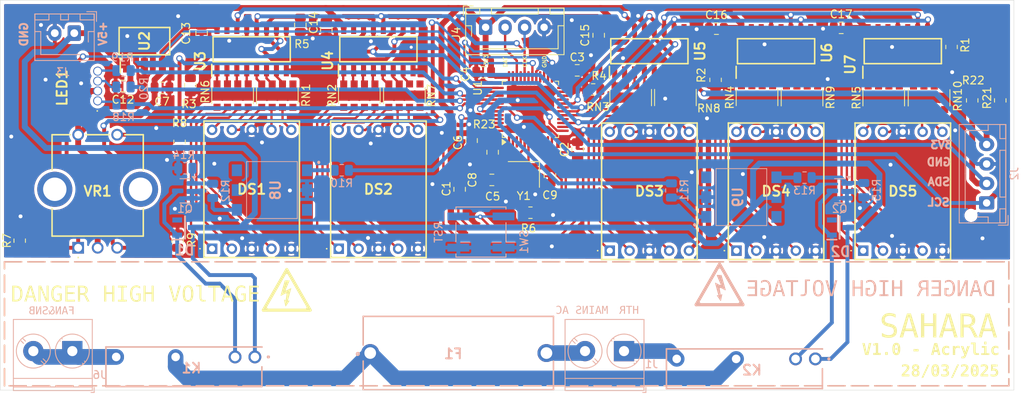
<source format=kicad_pcb>
(kicad_pcb (version 20240108) (generator "pcbnew") (generator_version "8.0")
  (layers (0 "F.Cu" signal) (31 "B.Cu" signal) (34 "B.Paste" user) (35 "F.Paste" user) (36 "B.SilkS" user "B.Silkscreen") (37 "F.SilkS" user "F.Silkscreen") (38 "B.Mask" user) (39 "F.Mask" user) (44 "Edge.Cuts" user))
  (net 0 "")
  (net 1 "Net-(U1-NRST)")
  (net 2 "Earth")
  (net 3 "+3.3V")
  (net 4 "OSC_IN")
  (net 5 "OSC_OUT")
  (net 8 "+5V")
  (net 9 "Net-(DS1-E)")
  (net 10 "Net-(DS1-C)")
  (net 11 "Net-(DS1-D)")
  (net 12 "Net-(DS1-A)")
  (net 13 "Net-(DS1-F)")
  (net 14 "Net-(DS1-G)")
  (net 15 "Net-(DS1-B)")
  (net 16 "Net-(DS2-F)")
  (net 17 "Net-(DS2-B)")
  (net 18 "Net-(DS2-G)")
  (net 19 "Net-(DS2-A)")
  (net 20 "Net-(DS2-C)")
  (net 21 "Net-(DS2-D)")
  (net 22 "Net-(DS2-E)")
  (net 23 "Net-(DS3-G)")
  (net 24 "Net-(DS3-F)")
  (net 25 "Net-(DS3-C)")
  (net 26 "Net-(DS3-D)")
  (net 27 "Net-(DS3-A)")
  (net 28 "Net-(DS3-B)")
  (net 29 "Net-(DS3-DP)")
  (net 30 "Net-(DS3-E)")
  (net 31 "Net-(DS4-E)")
  (net 32 "Net-(DS4-G)")
  (net 33 "Net-(DS4-A)")
  (net 34 "Net-(DS4-D)")
  (net 35 "Net-(DS4-F)")
  (net 36 "Net-(DS4-C)")
  (net 37 "Net-(DS4-B)")
  (net 38 "Net-(DS5-G)")
  (net 39 "Net-(DS5-E)")
  (net 40 "Net-(DS5-F)")
  (net 41 "Net-(DS5-C)")
  (net 42 "Net-(DS5-A)")
  (net 43 "Net-(DS5-B)")
  (net 44 "Net-(DS5-D)")
  (net 45 "Net-(D1-A)")
  (net 46 "FAN_LIVE")
  (net 47 "230v AC")
  (net 48 "HEATER_LIVE")
  (net 49 "Net-(D2-A)")
  (net 50 "Net-(Q1-B)")
  (net 51 "Net-(Q2-B)")
  (net 52 "SCLR")
  (net 53 "TimeLatch")
  (net 54 "TempLatch")
  (net 55 "MOSI")
  (net 56 "SCK")
  (net 57 "TIM1_CH1")
  (net 58 "EncBut")
  (net 59 "TIM1_CH2")
  (net 60 "FAN_CONTROL")
  (net 61 "Net-(R10-Pad1)")
  (net 62 "Net-(R11-Pad1)")
  (net 63 "HEATER_CONTROL")
  (net 64 "Net-(R12-Pad1)")
  (net 65 "Net-(R13-Pad1)")
  (net 67 "Net-(RN1-R2.2)")
  (net 69 "Net-(RN1-R3.2)")
  (net 70 "Net-(RN2-R1.2)")
  (net 71 "Net-(RN2-R3.2)")
  (net 72 "Net-(RN2-R2.2)")
  (net 73 "Net-(RN2-R4.2)")
  (net 74 "Net-(RN3-R4.2)")
  (net 75 "Net-(RN3-R3.2)")
  (net 76 "Net-(RN3-R1.2)")
  (net 77 "Net-(RN3-R2.2)")
  (net 78 "Net-(RN4-R4.2)")
  (net 79 "Net-(RN4-R3.2)")
  (net 80 "Net-(RN4-R1.2)")
  (net 81 "Net-(RN4-R2.2)")
  (net 82 "Net-(RN5-R4.2)")
  (net 83 "Net-(RN5-R1.2)")
  (net 84 "Net-(RN5-R3.2)")
  (net 85 "Net-(RN5-R2.2)")
  (net 86 "SWDIO")
  (net 89 "Net-(U1-BOOT0)")
  (net 90 "SDA")
  (net 94 "SCL")
  (net 97 "Net-(LED1-BK)")
  (net 99 "Net-(LED1-GK)")
  (net 105 "Net-(LED1-Pad1)")
  (net 106 "LED_RED")
  (net 107 "SWCLK")
  (net 109 "Net-(U3-QH')")
  (net 114 "Net-(U5-QH')")
  (net 115 "Net-(U6-QH')")
  (net 125 "Net-(RN1-R1.2)")
  (net 126 "Net-(J1-Pin_2)")
  (net 127 "LED_GREEN")
  (net 128 "LED_BLUE")
  (net 131 "Net-(RN6-R2.2)")
  (net 132 "Net-(RN6-R3.2)")
  (net 133 "Net-(RN6-R1.2)")
  (net 134 "Net-(RN6-R4.2)")
  (net 138 "Net-(RN7-R3.2)")
  (net 139 "Net-(RN7-R2.2)")
  (net 140 "Net-(RN7-R1.2)")
  (net 142 "Net-(RN8-R2.2)")
  (net 143 "Net-(RN8-R3.2)")
  (net 144 "Net-(RN8-R1.2)")
  (net 145 "Net-(RN9-R1.2)")
  (net 148 "Net-(RN9-R2.2)")
  (net 149 "Net-(RN9-R3.2)")
  (net 150 "Net-(RN10-R1.2)")
  (net 152 "Net-(RN10-R3.2)")
  (net 153 "Net-(RN10-R2.2)")
  (footprint "SamacSys_Parts:TDSG5160" (layer "F.Cu") (at 175.42 115.87)
    (property "Reference" "DS3")
    (property "Value" "TDSG5160" (hide yes))
  )
  (footprint "Resistor_SMD:R_Array_Convex_4x1206" (layer "F.Cu") (at 200.08 96.26 90)
    (property "Reference" "RN9")
    (property "Value" "R_Pack04")
  )
  (footprint "Resistor_SMD:R_0805_2012Metric" (layer "F.Cu") (at 221.9 96.6 -90)
    (property "Reference" "R22")
    (property "Value" "4.7k")
  )
  (footprint "SamacSys_Parts:SOIC127P600X175-16N" (layer "F.Cu") (at 196.75 90.288 90)
    (property "Reference" "U6")
    (property "Value" "74HC595" (hide yes))
  )
  (footprint "Resistor_SMD:R_Array_Convex_4x1206" (layer "F.Cu") (at 194.305 96.23 90)
    (property "Reference" "RN4")
    (property "Value" "R_Pack04")
  )
  (footprint "Capacitor_SMD:C_0805_2012Metric" (layer "F.Cu") (at 159.25 93 180)
    (property "Reference" "C4")
    (property "Value" "100n")
  )
  (footprint "Capacitor_SMD:C_0805_2012Metric" (layer "F.Cu") (at 205.1 87.3 180)
    (property "Reference" "C17")
    (property "Value" "100n")
  )
  (footprint "Resistor_SMD:R_0805_2012Metric" (layer "F.Cu") (at 120 114.5875 -90)
    (property "Reference" "R9")
    (property "Value" "4.7k")
  )
  (footprint "Resistor_SMD:R_0805_2012Metric" (layer "F.Cu") (at 219.25 89.75 -90)
    (property "Reference" "R1")
    (property "Value" "4.7k")
  )
  (footprint "Capacitor_SMD:C_0805_2012Metric" (layer "F.Cu") (at 167.75 106.25 90)
    (property "Reference" "C9")
    (property "Value" "16p")
  )
  (footprint "Capacitor_SMD:C_0805_2012Metric" (layer "F.Cu") (at 171.25 92.75)
    (property "Reference" "C3")
    (property "Value" "100n")
  )
  (footprint "Capacitor_SMD:C_0805_2012Metric" (layer "F.Cu") (at 189.1 87.4 180)
    (property "Reference" "C16")
    (property "Value" "100n")
  )
  (footprint "SamacSys_Parts:TDSG5160" (layer "F.Cu") (at 191.67 115.87)
    (property "Reference" "DS4")
    (property "Value" "TDSG5160" (hide yes))
  )
  (footprint "SamacSys_Parts:SOIC127P600X175-16N" (layer "F.Cu") (at 180.5 90.288 90)
    (property "Reference" "U5")
    (property "Value" "74HC595" (hide yes))
  )
  (footprint "Capacitor_SMD:C_0805_2012Metric" (layer "F.Cu") (at 118 95)
    (property "Reference" "C7")
    (property "Value" "22u")
  )
  (footprint "Resistor_SMD:R_0805_2012Metric" (layer "F.Cu") (at 165.25 111)
    (property "Reference" "R6")
    (property "Value" "1M")
  )
  (footprint "Capacitor_SMD:C_0805_2012Metric" (layer "F.Cu") (at 156.17 108 90)
    (property "Reference" "C1")
    (property "Value" "100n")
  )
  (footprint "Resistor_SMD:R_Array_Convex_4x1206" (layer "F.Cu") (at 132.79 95.99 90)
    (property "Reference" "RN1")
    (property "Value" "R_Pack04")
  )
  (footprint "Resistor_SMD:R_Array_Convex_4x1206" (layer "F.Cu") (at 210.555 96.26 90)
    (property "Reference" "RN5")
    (property "Value" "R_Pack04")
  )
  (footprint "SamacSys_Parts:SOIC127P600X175-16N" (layer "F.Cu") (at 129.5 90.038 90)
    (property "Reference" "U3")
    (property "Value" "74HC595" (hide yes))
  )
  (footprint "Package_QFP:LQFP-48_7x7mm_P0.5mm" (layer "F.Cu") (at 165.25 97.75 90)
    (property "Reference" "U1")
    (property "Value" "STM32F103CBT6")
  )
  (footprint "Capacitor_SMD:C_0805_2012Metric" (layer "F.Cu") (at 160.4 103.25 -90)
    (property "Reference" "C5")
    (property "Value" "100n")
  )
  (footprint "Capacitor_SMD:C_0805_2012Metric" (layer "F.Cu") (at 157.7 101.75 -90)
    (property "Reference" "C6")
    (property "Value" "100n")
  )
  (footprint "Capacitor_SMD:C_0805_2012Metric" (layer "F.Cu") (at 174 88.25 -90)
    (property "Reference" "C15")
    (property "Value" "100n")
  )
  (footprint "SamacSys_Parts:5218559F" (layer "F.Cu") (at 109.75 96.66 180)
    (property "Reference" "LED1")
    (property "Value" "RGB_LED" (hide yes))
  )
  (footprint "SamacSys_Parts:TDSG5160" (layer "F.Cu") (at 140.67 115.62)
    (property "Reference" "DS2")
    (property "Value" "TDSG5160" (hide yes))
  )
  (footprint "Resistor_SMD:R_Array_Convex_4x1206" (layer "F.Cu") (at 143.305 95.99 90)
    (property "Reference" "RN2")
    (property "Value" "R_Pack04")
  )
  (footprint "Resistor_SMD:R_0805_2012Metric" (layer "F.Cu") (at 225.5 96.6 -90)
    (property "Reference" "R21")
    (property "Value" "4.7k")
  )
  (footprint "Resistor_SMD:R_0805_2012Metric" (layer "F.Cu") (at 121.64 94.65 -90)
    (property "Reference" "R3")
    (property "Value" "4.7k")
  )
  (footprint "Connector_JST:JST_XH_B4B-XH-AM_1x04_P2.50mm_Vertical" (layer "F.Cu") (at 159.5 87.225)
    (property "Reference" "J4")
    (property "Value" "Conn_01x04")
  )
  (footprint "SamacSys_Parts:TDSG5160" (layer "F.Cu") (at 207.92 115.87)
    (property "Reference" "DS5")
    (property "Value" "TDSG5160" (hide yes))
  )
  (footprint "Resistor_SMD:R_Array_Convex_4x1206" (layer "F.Cu") (at 183.84 96.23 90)
    (property "Reference" "RN8")
    (property "Value" "R_Pack04")
  )
  (footprint "Resistor_SMD:R_Array_Convex_4x1206" (layer "F.Cu") (at 216.37 96.27 90)
    (property "Reference" "RN10")
    (property "Value" "R_Pack04")
  )
  (footprint "Symbol:Symbol_HighVoltage_Triangle_6x6mm_Copper" (layer "F.Cu") (at 134 120.9)
    (property "Reference" "REF**" (hide yes))
    (property "Value" "Symbol_HighVoltage_Triangle_6x6mm_Copper" (hide yes))
  )
  (footprint "Crystal:Crystal_SMD_TXC_7M-4Pin_3.2x2.5mm" (layer "F.Cu") (at 164.4 106.1 180)
    (property "Reference" "Y1")
    (property "Value" "8MHz 18 pF")
  )
  (footprint "Resistor_SMD:R_Array_Convex_4x1206" (layer "F.Cu") (at 127.055 95.98 90)
    (property "Reference" "RN6")
    (property "Value" "R_Pack04")
  )
  (footprint "Capacitor_SMD:C_0805_2012Metric" (layer "F.Cu") (at 171.3 102.9 90)
    (property "Reference" "C2")
    (property "Value" "100n")
  )
  (footprint "Capacitor_SMD:C_0805_2012Metric" (layer "F.Cu") (at 139.07 87.48 -90)
    (property "Reference" "C14")
    (property "Value" "100n")
  )
  (footprint "Capacitor_SMD:C_0805_2012Metric" (layer "F.Cu") (at 123.08 88 -90)
    (property "Reference" "C13")
    (property "Value" "100n")
  )
  (footprint "Capacitor_SMD:C_0805_2012Metric" (layer "F.Cu") (at 160.3 106.8)
    (property "Reference" "C8")
    (property "Value" "16p")
  )
  (footprint "Resistor_SMD:R_0805_2012Metric" (layer "F.Cu") (at 173.3 95.2 180)
    (property "Reference" "R4")
    (property "Value" "4.7k")
  )
  (footprint "Resistor_SMD:R_Array_Convex_4x1206" (layer "F.Cu") (at 149.085 95.99 90)
    (property "Reference" "RN7")
    (property "Value" "R_Pack04")
  )
  (footprint "Resistor_SMD:R_0201_0603Metric" (layer "F.Cu") (at 159.32 98.62 180)
    (property "Reference" "R23")
    (property "Value" "10k")
  )
  (footprint "Capacitor_SMD:C_0805_2012Metric" (layer "F.Cu") (at 113 94.75 180)
    (property "Reference" "C12")
    (property "Value" "10u")
  )
  (footprint "SamacSys_Parts:SOIC127P600X175-16N" (layer "F.Cu") (at 145.75 90.038 90)
    (property "Reference" "U4")
    (property "Value" "74HC595" (hide yes))
  )
  (footprint "SamacSys_Parts:TDSG5160" (layer "F.Cu") (at 124.42 115.62)
    (property "Reference" "DS1")
    (property "Value" "TDSG5160" (hide yes))
  )
  (footprint "Resistor_SMD:R_0805_2012Metric" (layer "F.Cu") (at 188.99 93.97 -90)
    (property "Reference" "R2")
    (property "Value" "4.7k")
  )
  (footprint "SamacSys_Parts:SOT230P700X180-4N" (layer "F.Cu") (at 115.75 89 90)
    (property "Reference" "U2")
    (property "Value" "AZ1117-3.3" (hide yes))
  )
  (footprint "Resistor_SMD:R_0805_2012Metric" (layer "F.Cu") (at 99.75 114.5875 90)
    (property "Reference" "R7")
    (property "Value" "4.7k")
  )
  (footprint "SamacSys_Parts:SOIC127P600X175-16N" (layer "F.Cu") (at 213 90.288 90)
    (property "Reference" "U7")
    (property "Value" "74HC595" (hide yes))
  )
  (footprint "Resistor_SMD:R_Array_Convex_4x1206" (layer "F.Cu") (at 178.1 96.24 90)
    (property "Reference" "RN3")
    (property "Value" "R_Pack04")
  )
  (footprint "SamacSys_Parts:EC111012010H" (layer "F.Cu") (at 107.25 115.5)
    (property "Reference" "VR1")
    (property "Value" "EC111012010H" (hide yes))
  )
  (footprint "Resistor_SMD:R_0805_2012Metric" (layer "F.Cu") (at 135.74 86.9125 -90)
    (property "Reference" "R5")
    (property "Value" "4.7k")
  )
  (footprint "Resistor_SMD:R_0805_2012Metric" (layer "F.Cu") (at 120.25 101.9125 -90)
    (property "Reference" "R8")
    (property "Value" "4.7k")
  )
  (footprint "Resistor_SMD:R_0805_2012Metric" (layer "B.Cu") (at 200.4 106.5)
    (property "Reference" "R13")
    (property "Value" "470")
  )
  (footprint "SamacSys_Parts:G6DN-1A-L" (layer "B.Cu") (at 112.13 129.5 180)
    (property "Reference" "K1")
    (property "Value" "G6DN-1A-L_DC5" (hide yes))
  )
  (footprint "Resistor_SMD:R_0805_2012Metric" (layer "B.Cu") (at 113.07 94.88 180)
    (property "Reference" "R20")
    (property "Value" "80")
  )
  (footprint "Resistor_SMD:R_0805_2012Metric" (layer "B.Cu") (at 183.325 108.15 90)
    (property "Reference" "R11")
    (property "Value" "220")
  )
  (footprint "Resistor_SMD:R_0805_2012Metric" (layer "B.Cu") (at 208 108.1 90)
    (property "Reference" "R15")
    (property "Value" "10k")
  )
  (footprint "SamacSys_Parts:G6DN-1A-L" (layer "B.Cu") (at 184.01 129.75 180)
    (property "Reference" "K2")
    (property "Value" "G6DN-1A-L_DC5" (hide yes))
  )
  (footprint "Resistor_SMD:R_0805_2012Metric" (layer "B.Cu") (at 121 105.3)
    (property "Reference" "R14")
    (property "Value" "10k")
  )
  (footprint "Resistor_SMD:R_0805_2012Metric" (layer "B.Cu") (at 113.07 92.78)
    (property "Reference" "R19")
    (property "Value" "80")
  )
  (footprint "Button_Switch_SMD:SW_Push_1P1T_NO_CK_KSC7xxJ" (layer "B.Cu") (at 158.9 113.48)
    (property "Reference" "SW1")
    (property "Value" "SW_Push")
  )
  (footprint "SamacSys_Parts:WR-FSH_THT_2" (layer "B.Cu") (at 156 129)
    (property "Reference" "F1")
    (property "Value" "2A" (hide yes))
  )
  (footprint "Resistor_SMD:R_0805_2012Metric" (layer "B.Cu") (at 141.05 105.56)
    (property "Reference" "R10")
    (property "Value" "220")
  )
  (footprint "TerminalBlock_Phoenix:TerminalBlock_Phoenix_PT-1,5-2-5.0-H_1x02_P5.00mm_Horizontal" (layer "B.Cu") (at 106.5 128.75 180)
    (property "Reference" "J6")
    (property "Value" "Conn_01x02")
  )
  (footprint "Resistor_SMD:R_0805_2012Metric" (layer "B.Cu") (at 113.07 97.08)
    (property "Reference" "R18")
    (property "Value" "150")
  )
  (footprint "Connector_JST:JST_XH_B2B-XH-AM_1x02_P2.50mm_Vertical" (layer "B.Cu") (at 106.75 87.975 180)
    (property "Reference" "J3")
    (property "Value" "Conn_01x02")
  )
  (footprint "SamacSys_Parts:4N35S" (layer "B.Cu") (at 192.3 109 90)
    (property "Reference" "U9")
    (property "Value" "4N35" (hide yes))
  )
  (footprint "TerminalBlock_Phoenix:TerminalBlock_Phoenix_PT-1,5-2-5.0-H_1x02_P5.00mm_Horizontal" (layer "B.Cu") (at 177.25 128.75 180)
    (property "Reference" "J1")
    (property "Value" "Conn_01x02")
  )
  (footprint "SamacSys_Parts:SOT97P230X109-3N" (layer "B.Cu") (at 204.9 112.9075)
    (property "Reference" "D2")
    (property "Value" "BAS70-04" (hide yes))
  )
  (footprint "SamacSys_Parts:4N35S" (layer "B.Cu") (at 132.1 108.1 -90)
    (property "Reference" "U8")
    (property "Value" "4N35" (hide yes))
  )
  (footprint "Resistor_SMD:R_0805_2012Metric" (layer "B.Cu") (at 124.5 108.2 90)
    (property "Reference" "R12")
    (property "Value" "470")
  )
  (footprint "Package_TO_SOT_SMD:SOT-23" (layer "B.Cu") (at 120.95 108.2 180)
    (property "Reference" "Q1")
    (property "Value" "BC847")
  )
  (footprint "Symbol:Symbol_HighVoltage_Triangle_6x6mm_Copper" (layer "B.Cu") (at 189.5 120.2 180)
    (property "Reference" "REF**" (hide yes))
    (property "Value" "Symbol_HighVoltage_Triangle_6x6mm_Copper" (hide yes))
  )
  (footprint "Connector_JST:JST_XH_B4B-XH-AM_1x04_P2.50mm_Vertical" (layer "B.Cu") (at 223.75 109.75 90)
    (property "Reference" "J2")
    (property "Value" "TMP102_CONN")
  )
  (footprint "SamacSys_Parts:SOT97P230X109-3N" (layer "B.Cu") (at 120.95 112.9075)
    (property "Reference" "D1")
    (property "Value" "BAS70-04" (hide yes))
  )
  (footprint "Package_TO_SOT_SMD:SOT-23" (layer "B.Cu") (at 204.9 108.2 180)
    (property "Reference" "Q2")
    (property "Value" "BC847")
  )
  (gr_rect (start 97.8 117.3) (end 226.6 133.2) (stroke (width 0.2) (type dash)) (fill none) (layer "B.SilkS"))
  (gr_rect (start 97.8 117.3) (end 226.6 133.2) (stroke (width 0.2) (type dash)) (fill none) (layer "F.SilkS"))
  (gr_rect (start 97.25 83.75) (end 227.25 133.75) (stroke (width 0.05)) (fill none) (layer "Edge.Cuts"))
  (gr_text "3V3" (at 219.49 102.89 0) (layer "B.SilkS") (effects (font (size 1 1) (thickness 0.25) (bold yes)) (justify left bottom mirror)))
  (gr_text "DANGER HIGH VOlTAGE\n\n" (at 224.9 125.4 -0) (layer "B.SilkS") (effects (font (size 2 2) (thickness 0.1)) (justify left bottom mirror)))
  (gr_text "SDA\n" (at 219.19 107.63 0) (layer "B.SilkS") (effects (font (size 1 1) (thickness 0.25) (bold yes)) (justify left bottom mirror)))
  (gr_text "MAINS AC" (at 175.22 124.14 0) (layer "B.SilkS") (effects (font (size 1 1) (thickness 0.1)) (justify left bottom mirror)))
  (gr_text "GND\n" (at 100.87 86.44 90) (layer "B.SilkS") (effects (font (size 1 1) (thickness 0.25) (bold yes)) (justify left bottom mirror)))
  (gr_text "FAN&SNB\n" (at 106.81 124.2 0) (layer "B.SilkS") (effects (font (size 1 1) (thickness 0.1)) (justify left bottom mirror)))
  (gr_text "+5V\n" (at 110.99 86.35 90) (layer "B.SilkS") (effects (font (size 1 1) (thickness 0.25) (bold yes)) (justify left bottom mirror)))
  (gr_text "HTR\n\n" (at 179.16 125.82 0) (layer "B.SilkS") (effects (font (size 1 1) (thickness 0.1)) (justify left bottom mirror)))
  (gr_text "GND\n" (at 219.31 105.1 0) (layer "B.SilkS") (effects (font (size 1 1) (thickness 0.25) (bold yes)) (justify left bottom mirror)))
  (gr_text "SCL\n" (at 219.14 110.25 0) (layer "B.SilkS") (effects (font (size 1 1) (thickness 0.25) (bold yes)) (justify left bottom mirror)))
  (gr_text "RST\n" (at 153.47 113.51 90) (layer "B.SilkS") (effects (font (size 1 1)) (justify mirror)))
  (gr_text "3V3\n" (at 159.87 92.17 90) (layer "F.SilkS") (effects (font (size 0.5 0.5) (thickness 0.1)) (justify left bottom)))
  (gr_text "DAT\n" (at 162.332 92.410476 90) (layer "F.SilkS") (effects (font (size 0.5 0.5) (thickness 0.1)) (justify left bottom)))
  (gr_text "28/03/2025\n" (at 212.75 132.25 0) (layer "F.SilkS") (effects (font (size 1.5 1.5) (thickness 0.375) (bold yes)) (justify left bottom)))
  (gr_text "DANGER HIGH VOlTAGE\n\n" (at 98.6 126.1 0) (layer "F.SilkS") (effects (font (size 2 2) (thickness 0.1)) (justify left bottom)))
  (gr_text "GND" (at 167.332 92.47 90) (layer "F.SilkS") (effects (font (size 0.5 0.5) (thickness 0.1)) (justify left bottom)))
  (gr_text "V1.0 - Acrylic\n" (at 207.75 129.5 0) (layer "F.SilkS") (effects (font (size 1.5 1.5) (thickness 0.375) (bold yes)) (justify left bottom)))
  (gr_text "SAHARA\n" (at 210 127.5 0) (layer "F.SilkS") (effects (font (size 3 3) (thickness 0.1)) (justify left bottom)))
  (gr_text "CLK\n" (at 164.832 92.410476 90) (layer "F.SilkS") (effects (font (size 0.5 0.5) (thickness 0.1)) (justify left bottom)))
  (segment (start 160.35 113.07) (end 158.81 111.53) (width 0.3) (layer "F.Cu") (net 1))
  (segment (start 160.42 113.07) (end 160.35 113.07) (width 0.3) (layer "F.Cu") (net 1))
  (segment (start 160.42 113.07) (end 157.59 113.07) (width 0.3) (layer "F.Cu") (net 1))
  (segment (start 168.65 113.07) (end 160.42 113.07) (width 0.3) (layer "F.Cu") (net 1))
  (segment (start 169.78 109.18) (end 169.78 110.619239) (width 0.3) (layer "F.Cu") (net 1))
  (segment (start 165.5 102.75312) (end 166.84688 104.1) (width 0.3) (layer "F.Cu") (net 1))
  (segment (start 165.5 101.9125) (end 165.5 102.75312) (width 0.3) (layer "F.Cu") (net 1))
  (segment (start 157.59 113.07) (end 156 111.48) (width 0.3) (layer "F.Cu") (net 1))
  (segment (start 156 109.12) (end 156.17 108.95) (width 0.3) (layer "F.Cu") (net 1))
  (segment (start 156 111.48) (end 156 109.12) (width 0.3) (layer "F.Cu") (net 1))
  (segment (start 169.79 111.93) (end 168.65 113.07) (width 0.3) (layer "F.Cu") (net 1))
  (segment (start 169.78 110.619239) (end 169.79 110.629239) (width 0.3) (layer "F.Cu") (net 1))
  (segment (start 169.78 105.08) (end 169.78 109.18) (width 0.3) (layer "F.Cu") (net 1))
  (segment (start 166.84688 104.1) (end 168.8 104.1) (width 0.3) (layer "F.Cu") (net 1))
  (segment (start 168.8 104.1) (end 169.78 105.08) (width 0.3) (layer "F.Cu") (net 1))
  (segment (start 169.79 110.629239) (end 169.79 111.93) (width 0.3) (layer "F.Cu") (net 1))
  (via (at 158.81 111.53) (size 0.6) (drill 0.3) (layers "F.Cu" "B.Cu") (net 1))
  (segment (start 158.81 111.53) (end 158.86 111.48) (width 0.3) (layer "B.Cu") (net 1))
  (segment (start 158.81 111.53) (end 156.05 111.53) (width 0.3) (layer "B.Cu") (net 1))
  (segment (start 156.05 111.53) (end 156 111.48) (width 0.3) (layer "B.Cu") (net 1))
  (segment (start 158.86 111.48) (end 161.8 111.48) (width 0.3) (layer "B.Cu") (net 1))
  (segment (start 165.45282 96.88094) (end 167.19094 96.88094) (width 0.3) (layer "F.Cu") (net 2))
  (segment (start 167.54 100) (end 169.09 101.55) (width 0.3) (layer "F.Cu") (net 2))
  (segment (start 163 93.5875) (end 163 94.42812) (width 0.3) (layer "F.Cu") (net 2))
  (segment (start 166.42812 97.64188) (end 164.07 100) (width 0.3) (layer "F.Cu") (net 2))
  (segment (start 161.0875 100) (end 158.37 100) (width 0.3) (layer "F.Cu") (net 2))
  (segment (start 158.04 99.67) (end 157.39 99.67) (width 0.3) (layer "F.Cu") (net 2))
  (segment (start 163.3 105.25) (end 163.55 105.25) (width 0.3) (layer "F.Cu") (net 2))
  (segment (start 164.07 100) (end 164.41 100) (width 0.3) (layer "F.Cu") (net 2))
  (segment (start 165.25 106.95) (end 165.5 106.95) (width 0.3) (layer "F.Cu") (net 2))
  (segment (start 169.4125 95.5) (end 171.13 95.5) (width 0.3) (layer "F.Cu") (net 2))
  (segment (start 163 94.42812) (end 165.45282 96.88094) (width 0.3) (layer "F.Cu") (net 2))
  (segment (start 158.04 98.35) (end 158.73 98.35) (width 0.3) (layer "F.Cu") (net 2))
  (segment (start 166 100.78) (end 166.78 100) (width 0.3) (layer "F.Cu") (net 2))
  (segment (start 171.13 95.5) (end 171.16 95.47) (width 0.3) (layer "F.Cu") (net 2))
  (segment (start 161.0875 100) (end 164.07 100) (width 0.3) (layer "F.Cu") (net 2))
  (segment (start 157.55 97.86) (end 158.04 98.35) (width 0.3) (layer "F.Cu") (net 2))
  (segment (start 167.19094 96.88094) (end 168.57188 95.5) (width 0.3) (layer "F.Cu") (net 2))
  (segment (start 168.57188 95.5) (end 169.4125 95.5) (width 0.3) (layer "F.Cu") (net 2))
  (segment (start 163.55 105.25) (end 165.25 106.95) (width 0.3) (layer "F.Cu") (net 2))
  (segment (start 164.41 100) (end 166.95 100) (width 0.3) (layer "F.Cu") (net 2))
  (segment (start 158.37 100) (end 158.04 99.67) (width 0.3) (layer "F.Cu") (net 2))
  (segment (start 166 101.9125) (end 166 100.78) (width 0.3) (layer "F.Cu") (net 2))
  (segment (start 166.43 97.64188) (end 167.19094 96.88094) (width 0.3) (layer "F.Cu") (net 2))
  (segment (start 158.73 98.35) (end 159 98.62) (width 0.3) (layer "F.Cu") (net 2))
  (segment (start 166.95 100) (end 167.54 100) (width 0.3) (layer "F.Cu") (net 2))
  (segment (start 166.78 100) (end 166.95 100) (width 0.3) (layer "F.Cu") (net 2))
  (segment (start 166.43 97.64188) (end 166.42812 97.64188) (width 0.3) (layer "F.Cu") (net 2))
  (via (at 118.64 104.23) (size 0.8) (drill 0.5) (layers "F.Cu" "B.Cu") (net 2))
  (via (at 164.41 100) (size 0.8) (drill 0.5) (layers "F.Cu" "B.Cu") (net 2))
  (via (at 163.62 96.57) (size 0.8) (drill 0.5) (layers "F.Cu" "B.Cu") (net 2))
  (via (at 137.33 88.66) (size 0.8) (drill 0.5) (layers "F.Cu" "B.Cu") (net 2))
  (via (at 134.4 108.15) (size 0.8) (drill 0.5) (layers "F.Cu" "B.Cu") (net 2))
  (via (at 156.51 86.13) (size 0.8) (drill 0.5) (layers "F.Cu" "B.Cu") (net 2))
  (via (at 144.77 102.12) (size 0.8) (drill 0.5) (layers "F.Cu" "B.Cu") (net 2))
  (via (at 98.67 101.24) (size 0.8) (drill 0.5) (layers "F.Cu" "B.Cu") (net 2))
  (via (at 173.01 90.8) (size 0.8) (drill 0.5) (layers "F.Cu" "B.Cu") (net 2))
  (via (at 157.39 99.67) (size 0.8) (drill 0.5) (layers "F.Cu" "B.Cu") (net 2))
  (via (at 177.12 91.18) (size 0.8) (drill 0.5) (layers "F.Cu" "B.Cu") (net 2))
  (via (at 124.71 104.72) (size 0.8) (drill 0.5) (layers "F.Cu" "B.Cu") (net 2))
  (via (at 130.82 101.99) (size 0.8) (drill 0.5) (layers "F.Cu" "B.Cu") (net 2))
  (via (at 170.55 86.31) (size 0.8) (drill 0.5) (layers "F.Cu" "B.Cu") (net 2))
  (via (at 186.56 87.47) (size 0.8) (drill 0.5) (layers "F.Cu" "B.Cu") (net 2))
  (via (at 103.07 93.94) (size 0.8) (drill 0.5) (layers "F.Cu" "B.Cu") (net 2))
  (via (at 202.77 87.41) (size 0.8) (drill 0.5) (layers "F.Cu" "B.Cu") (net 2))
  (via (at 128.28 114.27) (size 0.8) (drill 0.5) (layers "F.Cu" "B.Cu") (net 2))
  (via (at 187.89 98.9) (size 0.8) (drill 0.5) (layers "F.Cu" "B.Cu") (net 2))
  (via (at 107.63 94.41) (size 0.8) (drill 0.5) (layers "F.Cu" "B.Cu") (net 2))
  (via (at 185.93 105.81) (size 0.8) (drill 0.5) (layers "F.Cu" "B.Cu") (net 2))
  (via (at 162.1 109.57) (size 0.8) (drill 0.5) (layers "F.Cu" "B.Cu") (net 2))
  (via (at 144.79 89.02) (size 0.8) (drill 0.5) (layers "F.Cu" "B.Cu") (net 2))
  (via (at 195.23 114.13) (size 0.8) (drill 0.5) (layers "F.Cu" "B.Cu") (net 2))
  (via (at 119.65 110.5) (size 0.8) (drill 0.5) (layers "F.Cu" "B.Cu") (net 2))
  (via (at 102.48 86.93) (size 0.8) (drill 0.5) (layers "F.Cu" "B.Cu") (net 2))
  (via (at 149.96 89.78) (size 0.6) (drill 0.4) (layers "F.Cu" "B.Cu") (net 2))
  (via (at 211.62 89.75) (size 0.8) (drill 0.5) (layers "F.Cu" "B.Cu") (net 2))
  (via (at 157.55 97.86) (size 0.8) (drill 0.5) (layers "F.Cu" "B.Cu") (net 2))
  (via (at 153.88 100.76) (size 0.8) (drill 0.5) (layers "F.Cu" "B.Cu") (net 2))
  (via (at 203.37 93.87) (size 0.8) (drill 0.5) (layers "F.Cu" "B.Cu") (net 2))
  (via (at 117.26 100.15) (size 0.8) (drill 0.5) (layers "F.Cu" "B.Cu") (net 2))
  (via (at 144.42 114.24) (size 0.8) (drill 0.5) (layers "F.Cu" "B.Cu") (net 2))
  (via (at 219.33 92.98) (size 0.8) (drill 0.5) (layers "F.Cu" "B.Cu") (net 2))
  (via (at 120.07 85.8) (size 0.8) (drill 0.5) (layers "F.Cu" "B.Cu") (net 2))
  (via (at 172.05 100.38) (size 0.8) (drill 0.5) (layers "F.Cu" "B.Cu") (net 2))
  (via (at 219.72 100.44) (size 0.8) (drill 0.5) (layers "F.Cu" "B.Cu") (net 2))
  (via (at 126.62 88.95) (size 0.8) (drill 0.5) (layers "F.Cu" "B.Cu") (net 2))
  (via (at 182.53 96.37) (size 0.8) (drill 0.5) (layers "F.Cu" "B.Cu") (net 2))
  (via (at 168.15 111.3) (size 0.8) (drill 0.5) (layers "F.Cu" "B.Cu") (net 2))
  (via (at 179.06 85.76) (size 0.8) (drill 0.5) (layers "F.Cu" "B.Cu") (net 2))
  (via (at 211.43 104.85) (size 0.8) (drill 0.5) (layers "F.Cu" "B.Cu") (net 2))
  (via (at 165.86 108.65) (size 0.8) (drill 0.5) (layers "F.Cu" "B.Cu") (net 2))
  (via (at 113.55 88.35) (size 0.8) (drill 0.5) (layers "F.Cu" "B.Cu") (net 2))
  (via (at 157.49 104.81) (size 0.8) (drill 0.5) (layers "F.Cu" "B.Cu") (net 2))
  (via (at 195.27 89.41) (size 0.8) (drill 0.5) (layers "F.Cu" "B.Cu") (net 2))
  (via (at 192.49 106.05) (size 0.8) (drill 0.5) (layers "F.Cu" "B.Cu") (net 2))
  (via (at 167.99 115.32) (size 0.8) (drill 0.5) (layers "F.Cu" "B.Cu") (net 2))
  (via (at 211.62 113.98) (size 0.8) (drill 0.5) (layers "F.Cu" "B.Cu") (net 2))
  (via (at 125.4 111.75) (size 0.8) (drill 0.5) (layers "F.Cu" "B.Cu") (net 2))
  (via (at 207.5 110.41) (size 0.8) (drill 0.5) (layers "F.Cu" "B.Cu") (net 2))
  (via (at 223.22 114.29) (size 0.8) (drill 0.5) (layers "F.Cu" "B.Cu") (net 2))
  (via (at 152.68 107.34) (size 0.8) (drill 0.5) (layers "F.Cu" "B.Cu") (net 2))
  (via (at 99.86 111.47) (size 0.8) (drill 0.5) (layers "F.Cu" "B.Cu") (net 2))
  (segment (start 208 84.75) (end 208.75 84.75) (width 0.75) (layer "F.Cu") (net 3))
  (segment (start 107.25 101) (end 107.25 102.67) (width 0.75) (layer "F.Cu") (net 3))
  (segment (start 155 100.38) (end 155.42 100.8) (width 0.75) (layer "F.Cu") (net 3))
  (segment (start 219.25 86.25) (end 217.75 84.75) (width 0.75) (layer "F.Cu") (net 3))
  (segment (start 161.975 84.75) (end 174.25 84.75) (width 0.75) (layer "F.Cu") (net 3))
  (segment (start 155 98.1) (end 155 100.38) (width 0.75) (layer "F.Cu") (net 3))
  (segment (start 158 100.5) (end 157.7 100.8) (width 0.3) (layer "F.Cu") (net 3))
  (segment (start 107.25 97.076828) (end 108.936828 95.39) (width 0.75) (layer "F.Cu") (net 3))
  (segment (start 190.25 84.75) (end 205.75 84.75) (width 0.75) (layer "F.Cu") (net 3))
  (segment (start 159.04 102.14) (end 157.7 100.8) (width 0.5) (layer "F.Cu") (net 3))
  (segment (start 205.75 84.75) (end 208 84.75) (width 0.75) (layer "F.Cu") (net 3))
  (segment (start 185.84 94.73) (end 186.54 94.73) (width 0.5) (layer "F.Cu") (net 3))
  (segment (start 109.75 105.17) (end 109.75 115.5) (width 0.75) (layer "F.Cu") (net 3))
  (segment (start 139.87 85.73) (end 139.07 86.53) (width 0.75) (layer "F.Cu") (net 3))
  (segment (start 225.5 95.6875) (end 225.5 95.05) (width 0.75) (layer "F.Cu") (net 3))
  (segment (start 141.25 84.75) (end 154.75 84.75) (width 0.75) (layer "F.Cu") (net 3))
  (segment (start 117.05 93.95) (end 117.05 95) (width 0.75) (layer "F.Cu") (net 3))
  (segment (start 108.936828 95.39) (end 109.75 95.39) (width 0.75) (layer "F.Cu") (net 3))
  (segment (start 156 84.75) (end 157.025 84.75) (width 0.75) (layer "F.Cu") (net 3))
  (segment (start 109.75 98.5) (end 107.25 101) (width 0.75) (layer "F.Cu") (net 3))
  (segment (start 170.3 94.0125) (end 169.4125 94.9) (width 0.5) (layer "F.Cu") (net 3))
  (segment (start 166.99688 103.25) (end 170.7 103.25) (width 0.3) (layer "F.Cu") (net 3))
  (segment (start 160.2 93) (end 160.7875 93.5875) (width 0.5) (layer "F.Cu") (net 3))
  (segment (start 154.085888 112.485888) (end 154.085888 101.934112) (width 0.3) (layer "F.Cu") (net 3))
  (segment (start 171.3 103.85) (end 171.3 111.74) (width 0.3) (layer "F.Cu") (net 3))
  (segment (start 186.54 94.73) (end 187.51 95.7) (width 0.5) (layer "F.Cu") (net 3))
  (segment (start 171.5 87.3) (end 170.3 88.5) (width 0.75) (layer "F.Cu") (net 3))
  (segment (start 190.25 84.75) (end 174.25 84.75) (width 0.75) (layer "F.Cu") (net 3))
  (segment (start 219.25 86.25) (end 223.75 90.75) (width 0.75) (layer "F.Cu") (net 3))
  (segment (start 118.05 92.95) (end 117.05 93.95) (width 0.75) (layer "F.Cu") (net 3))
  (segment (start 124.779 87.05) (end 125.055 87.326) (width 0.75) (layer "F.Cu") (net 3))
  (segment (start 159.5 90.75) (end 160.2 91.45) (width 0.75) (layer "F.Cu") (net 3))
  (segment (start 170.3 92.75) (end 170.3 94.0125) (width 0.5) (layer "F.Cu") (net 3))
  (segment (start 123.08 85.295) (end 123.625 84.75) (width 0.75) (layer "F.Cu") (net 3))
  (segment (start 123.625 84.75) (end 139 84.75) (width 0.75) (layer "F.Cu") (net 3))
  (segment (start 166.5 101.9125) (end 166.5 102.75312) (width 0.3) (layer "F.Cu") (net 3))
  (segment (start 170.7 103.25) (end 171.3 103.85) (width 0.3) (layer "F.Cu") (net 3))
  (segment (start 141.305 87.055) (end 141.305 87.326) (width 0.75) (layer "F.Cu") (net 3))
  (segment (start 223.75 93.3) (end 223.75 102.25) (width 0.75) (layer "F.Cu") (net 3))
  (segment (start 118.05 90.45) (end 121.45 87.05) (width 0.75) (layer "F.Cu") (net 3))
  (segment (start 159.5 87.225) (end 161.975 84.75) (width 0.75) (layer "F.Cu") (net 3))
  (segment (start 176.055 87.576) (end 176.055 86.555) (width 0.75) (layer "F.Cu") (net 3))
  (segment (start 153.84 96.94) (end 155 98.1) (width 0.75) (layer "F.Cu") (net 3))
  (segment (start 115.25 98.5) (end 109.75 98.5) (width 0.75) (layer "F.Cu") (net 3))
  (segment (start 117.05 95) (end 117.05 96.7) (width 0.75) (layer "F.Cu") (net 3))
  (segment (start 174 87.3) (end 171.5 87.3) (width 0.75) (layer "F.Cu") (net 3))
  (segment (start 166.5 102.75312) (end 166.99688 103.25) (width 0.3) (layer "F.Cu") (net 3))
  (segment (start 208.279 87.3) (end 208.555 87.576) (width 0.75) (layer "F.Cu") (net 3))
  (segment (start 208.75 84.75) (end 217.75 84.75) (width 0.75) (layer "F.Cu") (net 3))
  (segment (start 208.555 87.576) (end 205.75 84.771) (width 0.75) (layer "F.Cu") (net 3))
  (segment (start 139.98 85.73) (end 141.305 87.055) (width 0.75) (layer "F.Cu") (net 3))
  (segment (start 170.3 88.5) (end 170.3 92.75) (width 0.75) (layer "F.Cu") (net 3))
  (segment (start 171.3 111.74) (end 168.78 114.26) (width 0.3) (layer "F.Cu") (net 3))
  (segment (start 161.0875 100.5) (end 158 100.5) (width 0.3) (layer "F.Cu") (net 3))
  (segment (start 107.25 102.67) (end 109.75 105.17) (width 0.75) (layer "F.Cu") (net 3))
  (segment (start 153.84 86.91) (end 153.84 96.94) (width 0.75) (layer "F.Cu") (net 3))
  (segment (start 168.78 114.26) (end 155.86 114.26) (width 0.3) (layer "F.Cu") (net 3))
  (segment (start 155.42 100.8) (end 157.7 100.8) (width 0.75) (layer "F.Cu") (net 3))
  (segment (start 206.5 87.3) (end 208.279 87.3) (width 0.75) (layer "F.Cu") (net 3))
  (segment (start 190.25 87.3) (end 192.029 87.3) (width 0.75) (layer "F.Cu") (net 3))
  (segment (start 139 84.75) (end 139.98 85.73) (width 0.75) (layer "F.Cu") (net 3))
  (segment (start 121.45 87.05) (end 123.08 87.05) (width 0.75) (layer "F.Cu") (net 3))
  (segment (start 221.9 95.15) (end 223.75 93.3) (width 0.75) (layer "F.Cu") (net 3))
  (segment (start 219.25 88.8375) (end 219.25 86.25) (width 0.75) (layer "F.Cu") (net 3))
  (segment (start 205.75 84.771) (end 205.75 84.75) (width 0.75) (layer "F.Cu") (net 3))
  (segment (start 107.25 101) (end 107.25 97.076828) (width 0.75) (layer "F.Cu") (net 3))
  (segment (start 156 84.75) (end 153.84 86.91) (width 0.75) (layer "F.Cu") (net 3))
  (segment (start 160.2 91.45) (end 160.2 93) (width 0.75) (layer "F.Cu") (net 3))
  (segment (start 118.05 92.1) (end 118.05 92.95) (width 0.75) (layer "F.Cu") (net 3))
  (segment (start 123.08 87.05) (end 124.779 87.05) (width 0.75) (layer "F.Cu") (net 3))
  (segment (start 154.75 84.75) (end 156 84.75) (width 0.75) (layer "F.Cu") (net 3))
  (segment (start 175.779 87.3) (end 176.055 87.576) (width 0.75) (layer "F.Cu") (net 3))
  (segment (start 174 87.3) (end 175.779 87.3) (width 0.75) (layer "F.Cu") (net 3))
  (segment (start 162.4 101.9125) (end 162.1725 102.14) (width 0.5) (layer "F.Cu") (net 3))
  (segment (start 155.86 114.26) (end 154.085888 112.485888) (width 0.3) (layer "F.Cu") (net 3))
  (segment (start 176.055 86.555) (end 174.25 84.75) (width 0.75) (layer "F.Cu") (net 3))
  (segment (start 139 84.75) (end 141.25 84.75) (width 0.75) (layer "F.Cu") (net 3))
  (segment (start 192.029 87.3) (end 192.305 87.576) (width 0.75) (layer "F.Cu") (net 3))
  (segment (start 162.4125 102) (end 162.5 101.9125) (width 0.3) (layer "F.Cu") (net 3))
  (segment (start 154.085888 101.934112) (end 155.22 100.8) (width 0.3) (layer "F.Cu") (net 3))
  (segment (start 162.1725 102.14) (end 159.04 102.14) (width 0.5) (layer "F.Cu") (net 3))
  (segment (start 139.98 85.73) (end 139.87 85.73) (width 0.75) (layer "F.Cu") (net 3))
  (segment (start 160.7875 93.5875) (end 162.4 93.5875) (width 0.5) (layer "F.Cu") (net 3))
  (segment (start 192.305 87.576) (end 192.305 86.805) (width 0.75) (layer "F.Cu") (net 3))
  (segment (start 221.9 95.6875) (end 221.9 95.15) (width 0.75) (layer "F.Cu") (net 3))
  (segment (start 225.5 95.05) (end 223.75 93.3) (width 0.75) (layer "F.Cu") (net 3))
  (segment (start 117.05 96.7) (end 115.25 98.5) (width 0.75) (layer "F.Cu") (net 3))
  (segment (start 192.305 86.805) (end 190.25 84.75) (width 0.75) (layer "F.Cu") (net 3))
  (segment (start 159.5 87.225) (end 159.5 90.75) (width 0.75) (layer "F.Cu") (net 3))
  (segment (start 223.75 90.75) (end 223.75 93.3) (width 0.75) (layer "F.Cu") (net 3))
  (segment (start 157.025 84.75) (end 159.5 87.225) (width 0.75) (layer "F.Cu") (net 3))
  (segment (start 123.08 87.05) (end 123.08 85.295) (width 0.75) (layer "F.Cu") (net 3))
  (segment (start 155.22 100.8) (end 155.42 100.8) (width 0.3) (layer "F.Cu") (net 3))
  (segment (start 118.05 92.1) (end 118.05 90.45) (width 0.75) (layer "F.Cu") (net 3))
  (via (at 187.51 95.7) (size 0.8) (drill 0.5) (layers "F.Cu" "B.Cu") (net 3))
  (segment (start 187.51 95.7) (end 217.2 95.7) (width 0.75) (layer "B.Cu") (net 3))
  (segment (start 217.2 95.7) (end 223.75 102.25) (width 0.75) (layer "B.Cu") (net 3))
  (segment (start 163.85312 103.4) (end 164.5 102.75312) (width 0.3) (layer "F.Cu") (net 4))
  (segment (start 161.9 105.9) (end 161.9 104.4) (width 0.3) (layer "F.Cu") (net 4))
  (segment (start 163.3 106.95) (end 162.95 106.95) (width 0.3) (layer "F.Cu") (net 4))
  (segment (start 162.95 106.95) (end 161.9 105.9) (width 0.3) (layer "F.Cu") (net 4))
  (segment (start 164.5 102.75312) (end 164.5 101.9125) (width 0.3) (layer "F.Cu") (net 4))
  (segment (start 163.15 106.8) (end 163.3 106.95) (width 0.3) (layer "F.Cu") (net 4))
  (segment (start 163.3 106.95) (end 163.2 106.95) (width 0.3) (layer "F.Cu") (net 4))
  (segment (start 163.2 106.95) (end 162.83 107.32) (width 0.3) (layer "F.Cu") (net 4))
  (segment (start 162.9 103.4) (end 163.85312 103.4) (width 0.3) (layer "F.Cu") (net 4))
  (segment (start 163.3 106.95) (end 163.3 109.9625) (width 0.3) (layer "F.Cu") (net 4))
  (segment (start 161.25 106.8) (end 163.15 106.8) (width 0.3) (layer "F.Cu") (net 4))
  (segment (start 161.9 104.4) (end 162.9 103.4) (width 0.3) (layer "F.Cu") (net 4))
  (segment (start 163.3 109.9625) (end 164.3375 111) (width 0.3) (layer "F.Cu") (net 4))
  (segment (start 169.25 106.75) (end 169.25 107.9125) (width 0.3) (layer "F.Cu") (net 5))
  (segment (start 167.75 105.3) (end 169.2 106.75) (width 0.3) (layer "F.Cu") (net 5))
  (segment (start 165 104.75) (end 165.5 105.25) (width 0.3) (layer "F.Cu") (net 5))
  (segment (start 169.2 106.75) (end 169.25 106.75) (width 0.3) (layer "F.Cu") (net 5))
  (segment (start 165.55 105.3) (end 165.5 105.25) (width 0.3) (layer "F.Cu") (net 5))
  (segment (start 167.75 105.3) (end 165.55 105.3) (width 0.3) (layer "F.Cu") (net 5))
  (segment (start 165 101.9125) (end 165 104.75) (width 0.3) (layer "F.Cu") (net 5))
  (segment (start 169.25 107.9125) (end 166.1625 111) (width 0.3) (layer "F.Cu") (net 5))
  (segment (start 113.45 92.1) (end 112.85 92.1) (width 0.75) (layer "F.Cu") (net 8))
  (segment (start 113.95 92.6) (end 113.45 92.1) (width 0.75) (layer "F.Cu") (net 8))
  (segment (start 112.85 92.1) (end 108.725 87.975) (width 0.75) (layer "F.Cu") (net 8))
  (segment (start 106.75 87.975) (end 108.725 87.975) (width 0.75) (layer "F.Cu") (net 8))
  (segment (start 113.95 94.75) (end 113.95 92.6) (width 0.75) (layer "F.Cu") (net 8))
  (segment (start 100.4 91.6) (end 101.6 90.4) (width 0.75) (layer "B.Cu") (net 8))
  (segment (start 210 109.9) (end 206.9925 112.9075) (width 0.75) (layer "B.Cu") (net 8))
  (segment (start 129.91 119.41) (end 129.5 119) (width 0.5) (layer "B.Cu") (net 8))
  (segment (start 203.75 129.75) (end 205.9 127.6) (width 0.5) (layer "B.Cu") (net 8))
  (segment (start 129.91 129.5) (end 129.91 119.41) (width 0.5) (layer "B.Cu") (net 8))
  (segment (start 193.8 105.5) (end 193.8 110.3) (width 0.75) (layer "B.Cu") (net 8))
  (segment (start 193.8 105.5) (end 194.6 104.7) (width 0.75) (layer "B.Cu") (net 8))
  (segment (start 129.9 106.7) (end 129.9 104.1) (width 0.75) (layer "B.Cu") (net 8))
  (segment (start 194.6 104.7) (end 208.6 104.7) (width 0.75) (layer "B.Cu") (net 8))
  (segment (start 195.1 109) (end 196.8 109) (width 0.75) (layer "B.Cu") (net 8))
  (segment (start 128.5 108.1) (end 129.9 106.7) (width 0.75) (layer "B.Cu") (net 8))
  (segment (start 101.6 90.4) (end 104.325 90.4) (width 0.75) (layer "B.Cu") (net 8))
  (segment (start 190.4 113.7) (end 195.1 109) (width 0.75) (layer "B.Cu") (net 8))
  (segment (start 187.7 114.9) (end 189.2 114.9) (width 0.75) (layer "B.Cu") (net 8))
  (segment (start 103.1 102.7) (end 100.4 100) (width 0.75) (layer "B.Cu") (net 8))
  (segment (start 129.9 106.7) (end 129.9 111.062846) (width 0.75) (layer "B.Cu") (net 8))
  (segment (start 129.9 104.1) (end 128.5 102.7) (width 0.75) (layer "B.Cu") (net 8))
  (segment (start 124.1 119) (end 121.95 116.85) (width 0.5) (layer "B.Cu") (net 8))
  (segment (start 201.79 129.75) (end 203.75 129.75) (width 0.5) (layer "B.Cu") (net 8))
  (segment (start 208.6 104.7) (end 210 106.1) (width 0.75) (layer "B.Cu") (net 8))
  (segment (start 193.8 110.3) (end 190.4 113.7) (width 0.75) (layer "B.Cu") (net 8))
  (segment (start 128.5 102.7) (end 103.1 102.7) (width 0.75) (layer "B.Cu") (net 8))
  (segment (start 128.055346 112.9075) (end 121.95 112.9075) (width 0.75) (layer "B.Cu") (net 8))
  (segment (start 185.7075 112.9075) (end 187.7 114.9) (width 0.75) (layer "B.Cu") (net 8))
  (segment (start 210 106.1) (end 210 109.9) (width 0.75) (layer "B.Cu") (net 8))
  (segment (start 129.9 111.062846) (end 128.055346 112.9075) (width 0.75) (layer "B.Cu") (net 8))
  (segment (start 206.9925 112.9075) (end 205.9 112.9075) (width 0.75) (layer "B.Cu") (net 8))
  (segment (start 121.95 116.85) (end 121.95 112.9075) (width 0.5) (layer "B.Cu") (net 8))
  (segment (start 205.9 127.6) (end 205.9 112.9075) (width 0.5) (layer "B.Cu") (net 8))
  (segment (start 128.055346 112.9075) (end 185.7075 112.9075) (width 0.75) (layer "B.Cu") (net 8))
  (segment (start 129.5 119) (end 124.1 119) (width 0.5) (layer "B.Cu") (net 8))
  (segment (start 189.2 114.9) (end 190.4 113.7) (width 0.75) (layer "B.Cu") (net 8))
  (segment (start 100.4 100) (end 100.4 91.6) (width 0.75) (layer "B.Cu") (net 8))
  (segment (start 127.6 108.1) (end 128.5 108.1) (width 0.75) (layer "B.Cu") (net 8))
  (segment (start 104.325 90.4) (end 106.75 87.975) (width 0.75) (layer "B.Cu") (net 8))
  (segment (start 124.42 115.62) (end 121.72 112.92) (width 0.3) (layer "F.Cu") (net 9))
  (segment (start 121.72 112.92) (end 121.72 99.2) (width 0.3) (layer "F.Cu") (net 9))
  (segment (start 125.055 97.48) (end 123.44 97.48) (width 0.3) (layer "F.Cu") (net 9))
  (segment (start 121.72 99.2) (end 123.38 97.54) (width 0.3) (layer "F.Cu") (net 9))
  (segment (start 123.44 97.48) (end 123.38 97.54) (width 0.3) (layer "F.Cu") (net 9))
  (segment (start 123.06 106.64) (end 132.04 115.62) (width 0.3) (layer "F.Cu") (net 10))
  (segment (start 123.98 98.83) (end 123.06 99.75) (width 0.3) (layer "F.Cu") (net 10))
  (segment (start 123.06 99.75) (end 123.06 106.64) (width 0.3) (layer "F.Cu") (net 10))
  (segment (start 127.715 97.48) (end 127.715 97.685) (width 0.3) (layer "F.Cu") (net 10))
  (segment (start 127.715 97.685) (end 126.57 98.83) (width 0.3) (layer "F.Cu") (net 10))
  (segment (start 126.57 98.83) (end 123.98 98.83) (width 0.3) (layer "F.Cu") (net 10))
  (segment (start 122.4 99.61) (end 122.4 111.06) (width 0.3) (layer "F.Cu") (net 11))
  (segment (start 126.395 97.675) (end 125.73 98.34) (width 0.3) (layer "F.Cu") (net 11))
  (segment (start 126.395 97.48) (end 126.395 97.675) (width 0.3) (layer "F.Cu") (net 11))
  (segment (start 122.4 111.06) (end 126.96 115.62) (width 0.3) (layer "F.Cu") (net 11))
  (segment (start 125.73 98.34) (end 123.67 98.34) (width 0.3) (layer "F.Cu") (net 11))
  (segment (start 123.67 98.34) (end 122.4 99.61) (width 0.3) (layer "F.Cu") (net 11))
  (segment (start 132.04 97.58) (end 132.13 97.49) (width 0.3) (layer "F.Cu") (net 12))
  (segment (start 132.04 100.38) (end 132.04 97.58) (width 0.3) (layer "F.Cu") (net 12))
  (segment (start 126.96 100.38) (end 127.905401 100.38) (width 0.3) (layer "F.Cu") (net 13))
  (segment (start 130.79 97.495401) (end 130.79 97.49) (width 0.3) (layer "F.Cu") (net 13))
  (segment (start 127.905401 100.38) (end 130.79 97.495401) (width 0.3) (layer "F.Cu") (net 13))
  (segment (start 129.055 97.905) (end 129.055 97.48) (width 0.3) (layer "F.Cu") (net 14))
  (segment (start 125.46 99.34) (end 127.62 99.34) (width 0.3) (layer "F.Cu") (net 14))
  (segment (start 124.42 100.38) (end 125.46 99.34) (width 0.3) (layer "F.Cu") (net 14))
  (segment (start 127.62 99.34) (end 129.055 97.905) (width 0.3) (layer "F.Cu") (net 14))
  (segment (start 133.46 98.36) (end 133.46 99.26) (width 0.3) (layer "F.Cu") (net 15))
  (segment (start 133.46 99.26) (end 134.58 100.38) (width 0.3) (layer "F.Cu") (net 15))
  (segment (start 133.45 97.49) (end 133.45 98.35) (width 0.3) (layer "F.Cu") (net 15))
  (segment (start 133.45 98.35) (end 133.46 98.36) (width 0.3) (layer "F.Cu") (net 15))
  (segment (start 146.97 97.515401) (end 146.97 97.51) (width 0.3) (layer "F.Cu") (net 16))
  (segment (start 143.14 100.4) (end 144.085401 100.4) (width 0.3) (layer "F.Cu") (net 16))
  (segment (start 144.085401 100.4) (end 146.97 97.515401) (width 0.3) (layer "F.Cu") (net 16))
  (segment (start 149.64 99.28) (end 150.76 100.4) (width 0.3) (layer "F.Cu") (net 17))
  (segment (start 149.63 98.37) (end 149.64 98.38) (width 0.3) (layer "F.Cu") (net 17))
  (segment (start 149.63 97.51) (end 149.63 98.37) (width 0.3) (layer "F.Cu") (net 17))
  (segment (start 149.64 98.38) (end 149.64 99.28) (width 0.3) (layer "F.Cu") (net 17))
  (segment (start 141.58 99.42) (end 143.89 99.42) (width 0.3) (layer "F.Cu") (net 18))
  (segment (start 145.235 98.075) (end 145.235 97.5) (width 0.3) (layer "F.Cu") (net 18))
  (segment (start 143.89 99.42) (end 145.235 98.075) (width 0.3) (layer "F.Cu") (net 18))
  (segment (start 140.6 100.4) (end 141.58 99.42) (width 0.3) (layer "F.Cu") (net 18))
  (segment (start 148.22 100.4) (end 148.22 97.6) (width 0.3) (layer "F.Cu") (net 19))
  (segment (start 148.22 97.6) (end 148.31 97.51) (width 0.3) (layer "F.Cu") (net 19))
  (segment (start 142.8 98.91) (end 140.1 98.91) (width 0.3) (layer "F.Cu") (net 20))
  (segment (start 139.24 99.77) (end 139.24 106.66) (width 0.3) (layer "F.Cu") (net 20))
  (segment (start 143.895 97.5) (end 143.895 97.815) (width 0.3) (layer "F.Cu") (net 20))
  (segment (start 143.895 97.815) (end 142.8 98.91) (width 0.3) (layer "F.Cu") (net 20))
  (segment (start 139.24 106.66) (end 148.22 115.64) (width 0.3) (layer "F.Cu") (net 20))
  (segment (start 140.1 98.91) (end 139.24 99.77) (width 0.3) (layer "F.Cu") (net 20))
  (segment (start 139.85 98.36) (end 138.58 99.63) (width 0.3) (layer "F.Cu") (net 21))
  (segment (start 142.575 97.695) (end 141.91 98.36) (width 0.3) (layer "F.Cu") (net 21))
  (segment (start 138.58 111.08) (end 143.14 115.64) (width 0.3) (layer "F.Cu") (net 21))
  (segment (start 138.58 99.63) (end 138.58 111.08) (width 0.3) (layer "F.Cu") (net 21))
  (segment (start 141.91 98.36) (end 139.85 98.36) (width 0.3) (layer "F.Cu") (net 21))
  (segment (start 142.575 97.5) (end 142.575 97.695) (width 0.3) (layer "F.Cu") (net 21))
  (segment (start 137.9 112.94) (end 137.9 99.22) (width 0.3) (layer "F.Cu") (net 22))
  (segment (start 141.235 97.5) (end 139.62 97.5) (width 0.3) (layer "F.Cu") (net 22))
  (segment (start 140.6 115.64) (end 137.9 112.94) (width 0.3) (layer "F.Cu") (net 22))
  (segment (start 139.62 97.5) (end 139.56 97.56) (width 0.3) (layer "F.Cu") (net 22))
  (segment (start 137.9 99.22) (end 139.56 97.56) (width 0.3) (layer "F.Cu") (net 22))
  (segment (start 178.57 99.6) (end 180.055 98.115) (width 0.3) (layer "F.Cu") (net 23))
  (segment (start 180.055 98.115) (end 180.055 97.74) (width 0.3) (layer "F.Cu") (net 23))
  (segment (start 176.46 99.6) (end 178.57 99.6) (width 0.3) (layer "F.Cu") (net 23))
  (segment (start 175.42 100.64) (end 176.46 99.6) (width 0.3) (layer "F.Cu") (net 23))
  (segment (start 177.96 100.64) (end 178.905401 100.64) (width 0.3) (layer "F.Cu") (net 24))
  (segment (start 181.79 97.755401) (end 181.79 97.75) (width 0.3) (layer "F.Cu") (net 24))
  (segment (start 178.905401 100.64) (end 181.79 97.755401) (width 0.3) (layer "F.Cu") (net 24))
  (segment (start 178.715 97.74) (end 178.715 98.045) (width 0.3) (layer "F.Cu") (net 25))
  (segment (start 177.68 99.08) (end 174.99 99.08) (width 0.3) (layer "F.Cu") (net 25))
  (segment (start 178.715 98.045) (end 177.68 99.08) (width 0.3) (layer "F.Cu") (net 25))
  (segment (start 174.06 100.01) (end 174.06 106.9) (width 0.3) (layer "F.Cu") (net 25))
  (segment (start 174.06 106.9) (end 183.04 115.88) (width 0.3) (layer "F.Cu") (net 25))
  (segment (start 174.99 99.08) (end 174.06 100.01) (width 0.3) (layer "F.Cu") (net 25))
  (segment (start 174.67 98.6) (end 173.4 99.87) (width 0.3) (layer "F.Cu") (net 26))
  (segment (start 177.395 97.985) (end 176.78 98.6) (width 0.3) (layer "F.Cu") (net 26))
  (segment (start 173.4 111.32) (end 177.96 115.88) (width 0.3) (layer "F.Cu") (net 26))
  (segment (start 177.395 97.74) (end 177.395 97.985) (width 0.3) (layer "F.Cu") (net 26))
  (segment (start 176.78 98.6) (end 174.67 98.6) (width 0.3) (layer "F.Cu") (net 26))
  (segment (start 173.4 99.87) (end 173.4 111.32) (width 0.3) (layer "F.Cu") (net 26))
  (segment (start 183.04 100.64) (end 183.04 97.84) (width 0.3) (layer "F.Cu") (net 27))
  (segment (start 183.04 97.84) (end 183.13 97.75) (width 0.3) (layer "F.Cu") (net 27))
  (segment (start 184.45 98.61) (end 184.46 98.62) (width 0.3) (layer "F.Cu") (net 28))
  (segment (start 184.46 99.52) (end 185.58 100.64) (width 0.3) (layer "F.Cu") (net 28))
  (segment (start 184.45 97.75) (end 184.45 98.61) (width 0.3) (layer "F.Cu") (net 28))
  (segment (start 184.46 98.62) (end 184.46 99.52) (width 0.3) (layer "F.Cu") (net 28))
  (segment (start 187.09 114.36) (end 185.58 115.87) (width 0.5) (layer "F.Cu") (net 29))
  (segment (start 187.09 98.98) (end 187.09 114.36) (width 0.5) (layer "F.Cu") (net 29))
  (segment (start 185.84 97.73) (end 187.09 98.98) (width 0.5) (layer "F.Cu") (net 29))
  (segment (start 172.72 113.18) (end 172.72 99.46) (width 0.3) (layer "F.Cu") (net 30))
  (segment (start 174.44 97.74) (end 174.38 97.8) (width 0.3) (layer "F.Cu") (net 30))
  (segment (start 176.055 97.74) (end 174.44 97.74) (width 0.3) (layer "F.Cu") (net 30))
  (segment (start 175.42 115.88) (end 172.72 113.18) (width 0.3) (layer "F.Cu") (net 30))
  (segment (start 172.72 99.46) (end 174.38 97.8) (width 0.3) (layer "F.Cu") (net 30))
  (segment (start 190.68 97.73) (end 190.62 97.79) (width 0.3) (layer "F.Cu") (net 31))
  (segment (start 188.96 113.17) (end 188.96 99.45) (width 0.3) (layer "F.Cu") (net 31))
  (segment (start 192.295 97.73) (end 190.68 97.73) (width 0.3) (layer "F.Cu") (net 31))
  (segment (start 188.96 99.45) (end 190.62 97.79) (width 0.3) (layer "F.Cu") (net 31))
  (segment (start 191.66 115.87) (end 188.96 113.17) (width 0.3) (layer "F.Cu") (net 31))
  (segment (start 192.7 99.59) (end 194.88 99.59) (width 0.3) (layer "F.Cu") (net 32))
  (segment (start 191.66 100.63) (end 192.7 99.59) (width 0.3) (layer "F.Cu") (net 32))
  (segment (start 196.295 98.175) (end 196.295 97.73) (width 0.3) (layer "F.Cu") (net 32))
  (segment (start 194.88 99.59) (end 196.295 98.175) (width 0.3) (layer "F.Cu") (net 32))
  (segment (start 199.28 97.83) (end 199.37 97.74) (width 0.3) (layer "F.Cu") (net 33))
  (segment (start 199.28 100.63) (end 199.28 97.83) (width 0.3) (layer "F.Cu") (net 33))
  (segment (start 189.64 111.31) (end 194.2 115.87) (width 0.3) (layer "F.Cu") (net 34))
  (segment (start 189.64 99.86) (end 189.64 111.31) (width 0.3) (layer "F.Cu") (net 34))
  (segment (start 192.92 98.59) (end 190.91 98.59) (width 0.3) (layer "F.Cu") (net 34))
  (segment (start 193.635 97.875) (end 192.92 98.59) (width 0.3) (layer "F.Cu") (net 34))
  (segment (start 190.91 98.59) (end 189.64 99.86) (width 0.3) (layer "F.Cu") (net 34))
  (segment (start 193.635 97.73) (end 193.635 97.875) (width 0.3) (layer "F.Cu") (net 34))
  (segment (start 198.03 97.745401) (end 198.03 97.74) (width 0.3) (layer "F.Cu") (net 35))
  (segment (start 195.145401 100.63) (end 198.03 97.745401) (width 0.3) (layer "F.Cu") (net 35))
  (segment (start 194.2 100.63) (end 195.145401 100.63) (width 0.3) (layer "F.Cu") (net 35))
  (segment (start 194.955 97.73) (end 194.955 97.895) (width 0.3) (layer "F.Cu") (net 36))
  (segment (start 194.955 97.895) (end 193.77 99.08) (width 0.3) (layer "F.Cu") (net 36))
  (segment (start 191.22 99.08) (end 190.3 100) (width 0.3) (layer "F.Cu") (net 36))
  (segment (start 190.3 106.89) (end 199.28 115.87) (width 0.3) (layer "F.Cu") (net 36))
  (segment (start 193.77 99.08) (end 191.22 99.08) (width 0.3) (layer "F.Cu") (net 36))
  (segment (start 190.3 100) (end 190.3 106.89) (width 0.3) (layer "F.Cu") (net 36))
  (segment (start 200.69 98.6) (end 200.7 98.61) (width 0.3) (layer "F.Cu") (net 37))
  (segment (start 200.7 98.61) (end 200.7 99.51) (width 0.3) (layer "F.Cu") (net 37))
  (segment (start 200.7 99.51) (end 201.82 100.63) (width 0.3) (layer "F.Cu") (net 37))
  (segment (start 200.69 97.74) (end 200.69 98.6) (width 0.3) (layer "F.Cu") (net 37))
  (segment (start 207.85 100.65) (end 208.89 99.61) (width 0.3) (layer "F.Cu") (net 38))
  (segment (start 208.89 99.61) (end 211.1 99.61) (width 0.3) (layer "F.Cu") (net 38))
  (segment (start 211.1 99.61) (end 212.485 98.225) (width 0.3) (layer "F.Cu") (net 38))
  (segment (start 212.485 98.225) (end 212.485 97.75) (width 0.3) (layer "F.Cu") (net 38))
  (segment (start 206.87 97.75) (end 206.81 97.81) (width 0.3) (layer "F.Cu") (net 39))
  (segment (start 205.15 113.19) (end 205.15 99.47) (width 0.3) (layer "F.Cu") (net 39))
  (segment (start 205.15 99.47) (end 206.81 97.81) (width 0.3) (layer "F.Cu") (net 39))
  (segment (start 207.85 115.89) (end 205.15 113.19) (width 0.3) (layer "F.Cu") (net 39))
  (segment (start 208.485 97.75) (end 206.87 97.75) (width 0.3) (layer "F.Cu") (net 39))
  (segment (start 214.22 97.765401) (end 214.22 97.76) (width 0.3) (layer "F.Cu") (net 40))
  (segment (start 211.335401 100.65) (end 214.22 97.765401) (width 0.3) (layer "F.Cu") (net 40))
  (segment (start 210.39 100.65) (end 211.335401 100.65) (width 0.3) (layer "F.Cu") (net 40))
  (segment (start 206.49 106.91) (end 215.47 115.89) (width 0.3) (layer "F.Cu") (net 41))
  (segment (start 207.39 99.12) (end 206.49 100.02) (width 0.3) (layer "F.Cu") (net 41))
  (segment (start 211.145 97.75) (end 211.145 98.225) (width 0.3) (layer "F.Cu") (net 41))
  (segment (start 211.145 98.225) (end 210.25 99.12) (width 0.3) (layer "F.Cu") (net 41))
  (segment (start 206.49 100.02) (end 206.49 106.91) (width 0.3) (layer "F.Cu") (net 41))
  (segment (start 210.25 99.12) (end 207.39 99.12) (width 0.3) (layer "F.Cu") (net 41))
  (segment (start 215.47 100.65) (end 215.47 97.85) (width 0.3) (layer "F.Cu") (net 42))
  (segment (start 215.47 97.85) (end 215.56 97.76) (width 0.3) (layer "F.Cu") (net 42))
  (segment (start 216.88 98.62) (end 216.89 98.63) (width 0.3) (layer "F.Cu") (net 43))
  (segment (start 216.89 99.53) (end 218.01 100.65) (width 0.3) (layer "F.Cu") (net 43))
  (segment (start 216.89 98.63) (end 216.89 99.53) (width 0.3) (layer "F.Cu") (net 43))
  (segment (start 216.88 97.76) (end 216.88 98.62) (width 0.3) (layer "F.Cu") (net 43))
  (segment (start 208.965 98.61) (end 207.1 98.61) (width 0.3) (layer "F.Cu") (net 44))
  (segment (start 209.825 97.75) (end 208.965 98.61) (width 0.3) (layer "F.Cu") (net 44))
  (segment (start 205.83 99.88) (end 205.83 111.33) (width 0.3) (layer "F.Cu") (net 44))
  (segment (start 205.83 111.33) (end 210.39 115.89) (width 0.3) (layer "F.Cu") (net 44))
  (segment (start 207.1 98.61) (end 205.83 99.88) (width 0.3) (layer "F.Cu") (net 44))
  (segment (start 123.6 120.1) (end 119.95 116.45) (width 0.5) (layer "B.Cu") (net 45))
  (segment (start 125.4 120.1) (end 123.6 120.1) (width 0.5) (layer "B.Cu") (net 45))
  (segment (start 118.3 109.9125) (end 118.3 112.2275) (width 0.5) (layer "B.Cu") (net 45))
  (segment (start 119.95 116.45) (end 119.95 113.8775) (width 0.5) (layer "B.Cu") (net 45))
  (segment (start 118.3 112.2275) (end 119.95 113.8775) (width 0.5) (layer "B.Cu") (net 45))
  (segment (start 120.0125 108.2) (end 118.3 109.9125) (width 0.5) (layer "B.Cu") (net 45))
  (segment (start 127.37 122.07) (end 125.4 120.1) (width 0.5) (layer "B.Cu") (net 45))
  (segment (start 127.37 129.5) (end 127.37 122.07) (width 0.5) (layer "B.Cu") (net 45))
  (segment (start 112.13 129.5) (end 102.25 129.5) (width 2) (layer "B.Cu") (net 46))
  (segment (start 112.13 129.5) (end 107.25 129.5) (width 2) (layer "B.Cu") (net 46))
  (segment (start 107.25 129.5) (end 106.5 128.75) (width 2) (layer "B.Cu") (net 46))
  (segment (start 102.25 129.5) (end 101.5 128.75) (width 2) (layer "B.Cu") (net 46))
  (segment (start 121.25 132.25) (end 119.75 130.75) (width 2) (layer "B.Cu") (net 47))
  (segment (start 140.5 132.25) (end 121.25 132.25) (width 2) (layer "B.Cu") (net 47))
  (segment (start 147.95 132.25) (end 189.13 132.25) (width 2) (layer "B.Cu") (net 47))
  (segment (start 189.13 132.25) (end 191.63 129.75) (width 2) (layer "B.Cu") (net 47))
  (segment (start 144.7 129) (end 147.95 132.25) (width 2) (layer "B.Cu") (net 47))
  (segment (start 119.75 130.75) (end 119.75 129.5) (width 2) (layer "B.Cu") (net 47))
  (segment (start 144.7 129) (end 141.45 132.25) (width 2) (layer "B.Cu") (net 47))
  (segment (start 141.45 132.25) (end 140.5 132.25) (width 2) (layer "B.Cu") (net 47))
  (segment (start 184.01 129.75) (end 183.01 128.75) (width 2) (layer "B.Cu") (net 48))
  (segment (start 183.01 128.75) (end 177.25 128.75) (width 2) (layer "B.Cu") (net 48))
  (segment (start 203.6775 113.8775) (end 203.9 113.8775) (width 0.5) (layer "B.Cu") (net 49))
  (segment (start 203.9625 108.2) (end 202.4 109.7625) (width 0.5) (layer "B.Cu") (net 49))
  (segment (start 202.4 112.6) (end 203.6775 113.8775) (width 0.5) (layer "B.Cu") (net 49))
  (segment (start 202.4 109.7625) (end 202.4 112.6) (width 0.5) (layer "B.Cu") (net 49))
  (segment (start 199.25 129.75) (end 203.9 125.1) (width 0.5) (layer "B.Cu") (net 49))
  (segment (start 203.9 125.1) (end 203.9 113.8775) (width 0.5) (layer "B.Cu") (net 49))
  (segment (start 121.8875 107.25) (end 124.4625 107.25) (width 0.5) (layer "B.Cu") (net 50))
  (segment (start 124.4625 107.25) (end 124.5 107.2875) (width 0.5) (layer "B.Cu") (net 50))
  (segment (start 121.8875 107.25) (end 121.8875 105.325) (width 0.5) (layer "B.Cu") (net 50))
  (segment (start 121.8875 105.325) (end 121.9125 105.3) (width 0.5) (layer "B.Cu") (net 50))
  (segment (start 205.8375 107.25) (end 205.0875 106.5) (width 0.5) (layer "B.Cu") (net 51))
  (segment (start 205.0875 106.5) (end 201.3125 106.5) (width 0.5) (layer "B.Cu") (net 51))
  (segment (start 205.9125 107.175) (end 205.8375 107.25) (width 0.5) (layer "B.Cu") (net 51))
  (segment (start 208 107.1875) (end 205.9 107.1875) (width 0.5) (layer "B.Cu") (net 51))
  (segment (start 205.9 107.1875) (end 205.8375 107.25) (width 0.5) (layer "B.Cu") (net 51))
  (segment (start 147.8 89.06) (end 147.8 90.25) (width 0.5) (layer "F.Cu") (net 52))
  (segment (start 132.675 88.485) (end 133.17 88.98) (width 0.5) (layer "F.Cu") (net 52))
  (segment (start 216.175 89.175) (end 216.175 87.576) (width 0.5) (layer "F.Cu") (net 52))
  (segment (start 199.9 87.6) (end 199.9 86.249) (width 0.5) (layer "F.Cu") (net 52))
  (segment (start 183.675 87.576) (end 183.675 86.225) (width 0.5) (layer "F.Cu") (net 52))
  (segment (start 183.675 86.225) (end 183.7 86.2) (width 0.5) (layer "F.Cu") (net 52))
  (segment (start 132.675 87.326) (end 132.675 88.485) (width 0.5) (layer "F.Cu") (net 52))
  (segment (start 132.08 91.33) (end 130.76 90.01) (width 0.5) (layer "F.Cu") (net 52))
  (segment (start 169.4125 98) (end 171.3 98) (width 0.3) (layer "F.Cu") (net 52))
  (segment (start 171.3 98) (end 171.8 97.5) (width 0.3) (layer "F.Cu") (net 52))
  (segment (start 216.2 87.6) (end 216.2 86.249) (width 0.5) (layer "F.Cu") (net 52))
  (segment (start 147.8 90.25) (end 146.72 91.33) (width 0.5) (layer "F.Cu") (net 52))
  (segment (start 219.25 90.6625) (end 217.6625 90.6625) (width 0.5) (layer "F.Cu") (net 52))
  (segment (start 146.72 91.33) (end 132.08 91.33) (width 0.5) (layer "F.Cu") (net 52))
  (segment (start 148.925 87.935) (end 148.925 87.326) (width 0.5) (layer "F.Cu") (net 52))
  (segment (start 147.8 89.06) (end 148.925 87.935) (width 0.5) (layer "F.Cu") (net 52))
  (segment (start 217.6625 90.6625) (end 216.175 89.175) (width 0.5) (layer "F.Cu") (net 52))
  (via (at 147.8 89.06) (size 0.8) (drill 0.5) (layers "F.Cu" "B.Cu") (net 52))
  (via (at 171.8 97.5) (size 0.8) (drill 0.5) (layers "F.Cu" "B.Cu") (net 52))
  (via (at 130.76 90.01) (size 0.8) (drill 0.5) (layers "F.Cu" "B.Cu") (net 52))
  (via (at 199.925 86.224) (size 0.8) (drill 0.5) (layers "F.Cu" "B.Cu") (net 52))
  (via (at 216.225 86.224) (size 0.8) (drill 0.5) (layers "F.Cu" "B.Cu") (net 52))
  (via (at 133.17 88.98) (size 0.8) (drill 0.5) (layers "F.Cu" "B.Cu") (net 52))
  (via (at 183.7 86.2) (size 0.8) (drill 0.5) (layers "F.Cu" "B.Cu") (net 52))
  (segment (start 183.7 86.2) (end 172.4 97.5) (width 0.5) (layer "B.Cu") (net 52))
  (segment (start 199.5 86.379) (end 199.77 86.379) (width 0.5) (layer "B.Cu") (net 52))
  (segment (start 148.22 88.64) (end 153.2 88.64) (width 0.5) (layer "B.Cu") (net 52))
  (segment (start 166.43 93.33) (end 170.6 97.5) (width 0.5) (layer "B.Cu") (net 52))
  (segment (start 157.89 93.33) (end 166.43 93.33) (width 0.5) (layer "B.Cu") (net 52))
  (segment (start 132.14 90.01) (end 133.17 88.98) (width 0.5) (layer "B.Cu") (net 52))
  (segment (start 170.6 97.5) (end 171.8 97.5) (width 0.5) (layer "B.Cu") (net 52))
  (segment (start 216.07 86.379) (end 216.225 86.224) (width 0.5) (layer "B.Cu") (net 52))
  (segment (start 172.4 97.5) (end 171.8 97.5) (width 0.5) (layer "B.Cu") (net 52))
  (segment (start 199.5 86.379) (end 216.07 86.379) (width 0.5) (layer "B.Cu") (net 52))
  (segment (start 130.76 90.01) (end 132.14 90.01) (width 0.5) (layer "B.Cu") (net 52))
  (segment (start 153.2 88.64) (end 157.89 93.33) (width 0.5) (layer "B.Cu") (net 52))
  (segment (start 183.7 86.2) (end 183.879 86.379) (width 0.5) (layer "B.Cu") (net 52))
  (segment (start 199.77 86.379) (end 199.925 86.224) (width 0.5) (layer "B.Cu") (net 52))
  (segment (start 183.879 86.379) (end 199.5 86.379) (width 0.5) (layer "B.Cu") (net 52))
  (segment (start 147.8 89.06) (end 148.22 88.64) (width 0.5) (layer "B.Cu") (net 52))
  (segment (start 181.135 87.576) (end 181.135 86.435) (width 0.5) (layer "F.Cu") (net 53))
  (segment (start 181.135 86.435) (end 180.5 85.8) (width 0.5) (layer "F.Cu") (net 53))
  (segment (start 212.13 91) (end 213.635 89.495) (width 0.5) (layer "F.Cu") (net 53))
  (segment (start 170.8 97) (end 171.3 96.5) (width 0.3) (layer "F.Cu") (net 53))
  (segment (start 197.385 89.425) (end 197.385 87.576) (width 0.5) (layer "F.Cu") (net 53))
  (segment (start 185.3375 91) (end 186.86 91) (width 0.5) (layer "F.Cu") (net 53))
  (segment (start 181.135 87.576) (end 181.135 88.635) (width 0.5) (layer "F.Cu") (net 53))
  (segment (start 188.9175 93.0575) (end 186.86 91) (width 0.5) (layer "F.Cu") (net 53))
  (segment (start 169.4125 97) (end 170.8 97) (width 0.3) (layer "F.Cu") (net 53))
  (segment (start 183.5 91) (end 185.3375 91) (width 0.5) (layer "F.Cu") (net 53))
  (segment (start 194.3985 91) (end 212.13 91) (width 0.5) (layer "F.Cu") (net 53))
  (segment (start 195.81 91) (end 197.385 89.425) (width 0.5) (layer "F.Cu") (net 53))
  (segment (start 181.135 88.635) (end 183.5 91) (width 0.5) (layer "F.Cu") (net 53))
  (segment (start 188.99 93.0575) (end 188.9175 93.0575) (width 0.5) (layer "F.Cu") (net 53))
  (segment (start 213.635 89.495) (end 213.635 87.576) (width 0.5) (layer "F.Cu") (net 53))
  (segment (start 194.3985 91) (end 195.81 91) (width 0.5) (layer "F.Cu") (net 53))
  (segment (start 186.86 91) (end 194.3985 91) (width 0.5) (layer "F.Cu") (net 53))
  (via (at 171.3 96.5) (size 0.8) (drill 0.5) (layers "F.Cu" "B.Cu") (net 53))
  (via (at 180.5 85.8) (size 0.8) (drill 0.5) (layers "F.Cu" "B.Cu") (net 53))
  (segment (start 171.3 95) (end 171.3 96.5) (width 0.5) (layer "B.Cu") (net 53))
  (segment (start 180.5 85.8) (end 171.3 95) (width 0.5) (layer "B.Cu") (net 53))
  (segment (start 146.385 86.085) (end 146.1 85.8) (width 0.5) (layer "F.Cu") (net 54))
  (segment (start 130.135 85.945) (end 130.26 85.82) (width 0.5) (layer "F.Cu") (net 54))
  (segment (start 164.5 90.29) (end 163.48 89.27) (width 0.3) (layer "F.Cu") (net 54))
  (segment (start 124.95 90.1) (end 128.66 90.1) (width 0.5) (layer "F.Cu") (net 54))
  (segment (start 130.135 87.326) (end 130.135 85.945) (width 0.5) (layer "F.Cu") (net 54))
  (segment (start 128.66 90.1) (end 130.135 88.625) (width 0.5) (layer "F.Cu") (net 54))
  (segment (start 121.64 93.41) (end 124.95 90.1) (width 0.5) (layer "F.Cu") (net 54))
  (segment (start 121.64 93.7375) (end 121.64 93.41) (width 0.5) (layer "F.Cu") (net 54))
  (segment (start 130.135 88.625) (end 130.135 87.326) (width 0.5) (layer "F.Cu") (net 54))
  (segment (start 164.5 93.5875) (end 164.5 90.29) (width 0.3) (layer "F.Cu") (net 54))
  (segment (start 146.385 87.326) (end 146.385 86.085) (width 0.5) (layer "F.Cu") (net 54))
  (via (at 163.48 89.27) (size 0.8) (drill 0.5) (layers "F.Cu" "B.Cu") (net 54))
  (via (at 146.1 85.8) (size 0.8) (drill 0.5) (layers "F.Cu" "B.Cu") (net 54))
  (via (at 130.26 85.82) (size 0.8) (drill 0.5) (layers "F.Cu" "B.Cu") (net 54))
  (segment (start 158.22 89.27) (end 163.48 89.27) (width 0.5) (layer "B.Cu") (net 54))
  (segment (start 154.75 85.8) (end 158.22 89.27) (width 0.5) (layer "B.Cu") (net 54))
  (segment (start 146.1 85.8) (end 154.75 85.8) (width 0.5) (layer "B.Cu") (net 54))
  (segment (start 130.26 85.82) (end 146.08 85.82) (width 0.5) (layer "B.Cu") (net 54))
  (segment (start 146.08 85.82) (end 146.1 85.8) (width 0.5) (layer "B.Cu") (net 54))
  (segment (start 177.32 85.65) (end 178.595 86.925) (width 0.5) (layer "F.Cu") (net 55))
  (segment (start 178.595 86.925) (end 178.595 87.576) (width 0.5) (layer "F.Cu") (net 55))
  (segment (start 174.2125 92.0375) (end 174.2125 95.2) (width 0.5) (layer "F.Cu") (net 55))
  (segment (start 178.595 87.576) (end 178.595 89.275) (width 0.5) (layer "F.Cu") (net 55))
  (segment (start 176.13 90.12) (end 174.2125 92.0375) (width 0.5) (layer "F.Cu") (net 55))
  (segment (start 178.595 89.275) (end 177.75 90.12) (width 0.5) (layer "F.Cu") (net 55))
  (segment (start 177.75 90.12) (end 176.13 90.12) (width 0.5) (layer "F.Cu") (net 55))
  (segment (start 172.2 98.5) (end 174.2125 96.4875) (width 0.3) (layer "F.Cu") (net 55))
  (segment (start 174.2125 96.4875) (end 174.2125 95.2) (width 0.3) (layer "F.Cu") (net 55))
  (segment (start 169.4125 98.5) (end 172.2 98.5) (width 0.3) (layer "F.Cu") (net 55))
  (segment (start 127.71 87.211) (end 127.595 87.326) (width 0.5) (layer "F.Cu") (net 55))
  (segment (start 127.71 85.7) (end 127.71 87.211) (width 0.5) (layer "F.Cu") (net 55))
  (via (at 127.71 85.7) (size 0.8) (drill 0.5) (layers "F.Cu" "B.Cu") (net 55))
  (via (at 177.32 85.65) (size 0.8) (drill 0.5) (layers "F.Cu" "B.Cu") (net 55))
  (segment (start 128.49 84.92) (end 127.71 85.7) (width 0.5) (layer "B.Cu") (net 55))
  (segment (start 176.59 84.92) (end 128.49 84.92) (width 0.5) (layer "B.Cu") (net 55))
  (segment (start 177.32 85.65) (end 176.59 84.92) (width 0.5) (layer "B.Cu") (net 55))
  (segment (start 198.63 87.6) (end 198.63 85.629) (width 0.5) (layer "F.Cu") (net 56))
  (segment (start 147.655 87.7635) (end 145.0785 90.34) (width 0.5) (layer "F.Cu") (net 56))
  (segment (start 132.3235 85.89) (end 135.63 85.89) (width 0.5) (layer "F.Cu") (net 56))
  (segment (start 135.75 86.01) (end 135.75 86.1175) (width 0.5) (layer "F.Cu") (net 56))
  (segment (start 182.405 87.576) (end 182.405 85.99) (width 0.5) (layer "F.Cu") (net 56))
  (segment (start 131.41 88.45) (end 131.41 87.331) (width 0.5) (layer "F.Cu") (net 56))
  (segment (start 182.405 87.576) (end 182.405 88.305) (width 0.5) (layer "F.Cu") (net 56))
  (segment (start 171.3 99.5) (end 171.4 99.4) (width 0.3) (layer "F.Cu") (net 56))
  (segment (start 145.0785 90.34) (end 133.3 90.34) (width 0.5) (layer "F.Cu") (net 56))
  (segment (start 135.63 85.89) (end 135.75 86.01) (width 0.5) (layer "F.Cu") (net 56))
  (segment (start 131.41 87.331) (end 131.405 87.326) (width 0.5) (layer "F.Cu") (net 56))
  (segment (start 131.405 87.326) (end 131.405 86.8085) (width 0.5) (layer "F.Cu") (net 56))
  (segment (start 182.405 88.305) (end 183.5 89.4) (width 0.5) (layer "F.Cu") (net 56))
  (segment (start 147.655 87.326) (end 147.655 87.7635) (width 0.5) (layer "F.Cu") (net 56))
  (segment (start 214.93 87.6) (end 214.93 85.629) (width 0.5) (layer "F.Cu") (net 56))
  (segment (start 133.3 90.34) (end 131.41 88.45) (width 0.5) (layer "F.Cu") (net 56))
  (segment (start 169.4125 99.5) (end 171.3 99.5) (width 0.3) (layer "F.Cu") (net 56))
  (segment (start 131.405 86.8085) (end 132.3235 85.89) (width 0.5) (layer "F.Cu") (net 56))
  (segment (start 183.5 89.4) (end 183.8 89.4) (width 0.5) (layer "F.Cu") (net 56))
  (via (at 171.4 99.4) (size 0.8) (drill 0.5) (layers "F.Cu" "B.Cu") (net 56))
  (via (at 182.405 85.99) (size 0.8) (drill 0.5) (layers "F.Cu" "B.Cu") (net 56))
  (via (at 145.0785 90.34) (size 0.8) (drill 0.5) (layers "F.Cu" "B.Cu") (net 56))
  (via (at 183.8 89.4) (size 0.8) (drill 0.5) (layers "F.Cu" "B.Cu") (net 56))
  (via (at 198.63 85.629) (size 0.8) (drill 0.5) (layers "F.Cu" "B.Cu") (net 56))
  (via (at 214.93 85.629) (size 0.8) (drill 0.5) (layers "F.Cu" "B.Cu") (net 56))
  (segment (start 182.405 85.99) (end 182.945 85.45) (width 0.5) (layer "B.Cu") (net 56))
  (segment (start 198.451 85.45) (end 198.63 85.629) (width 0.5) (layer "B.Cu") (net 56))
  (segment (start 214.751 85.45) (end 214.93 85.629) (width 0.5) (layer "B.Cu") (net 56))
  (segment (start 157.69 94.37) (end 166.19 94.37) (width 0.5) (layer "B.Cu") (net 56))
  (segment (start 171.22 99.4) (end 171.4 99.4) (width 0.5) (layer "B.Cu") (net 56))
  (segment (start 198.2 85.45) (end 214.751 85.45) (width 0.5) (layer "B.Cu") (net 56))
  (segment (start 173.8 99.4) (end 171.4 99.4) (width 0.5) (layer "B.Cu") (net 56))
  (segment (start 154.12 90.8) (end 157.69 94.37) (width 0.5) (layer "B.Cu") (net 56))
  (segment (start 198.2 85.45) (end 198.451 85.45) (width 0.5) (layer "B.Cu") (net 56))
  (segment (start 145.5385 90.8) (end 154.12 90.8) (width 0.5) (layer "B.Cu") (net 56))
  (segment (start 183.8 89.4) (end 173.8 99.4) (width 0.5) (layer "B.Cu") (net 56))
  (segment (start 145.0785 90.34) (end 145.5385 90.8) (width 0.5) (layer "B.Cu") (net 56))
  (segment (start 166.19 94.37) (end 171.22 99.4) (width 0.5) (layer "B.Cu") (net 56))
  (segment (start 182.945 85.45) (end 198.2 85.45) (width 0.5) (layer "B.Cu") (net 56))
  (segment (start 105.77 93.065) (end 107.86 90.975) (width 0.5) (layer "F.Cu") (net 57))
  (segment (start 103.57 115.5) (end 107.25 115.5) (width 0.5) (layer "F.Cu") (net 57))
  (segment (start 107.25 115.5) (end 107.25 105.31) (width 0.5) (layer "F.Cu") (net 57))
  (segment (start 165.5 91.86) (end 165.54 91.82) (width 0.3) (layer "F.Cu") (net 57))
  (segment (start 165.5 93.5875) (end 165.5 91.86) (width 0.3) (layer "F.Cu") (net 57))
  (segment (start 99.75 115.5) (end 103.57 115.5) (width 0.5) (layer "F.Cu") (net 57))
  (segment (start 107.25 105.31) (end 105.77 103.83) (width 0.5) (layer "F.Cu") (net 57))
  (segment (start 105.77 103.83) (end 105.77 93.065) (width 0.5) (layer "F.Cu") (net 57))
  (via (at 107.86 90.975) (size 0.8) (drill 0.5) (layers "F.Cu" "B.Cu") (net 57))
  (via (at 165.54 91.82) (size 0.8) (drill 0.5) (layers "F.Cu" "B.Cu") (net 57))
  (segment (start 107.86 90.975) (end 117.675 90.975) (width 0.3) (layer "B.Cu") (net 57))
  (segment (start 117.675 90.975) (end 120.88 87.77) (width 0.3) (layer "B.Cu") (net 57))
  (segment (start 153.43 87.77) (end 157.48 91.82) (width 0.3) (layer "B.Cu") (net 57))
  (segment (start 120.88 87.77) (end 153.43 87.77) (width 0.3) (layer "B.Cu") (net 57))
  (segment (start 157.48 91.82) (end 165.54 91.82) (width 0.3) (layer "B.Cu") (net 57))
  (segment (start 157.4 95.5) (end 161.0875 95.5) (width 0.3) (layer "F.Cu") (net 58))
  (segment (start 120.25 91.24) (end 120.25 101) (width 0.5) (layer "F.Cu") (net 58))
  (segment (start 120.23 91.22) (end 120.25 91.24) (width 0.5) (layer "F.Cu") (net 58))
  (segment (start 155.7 93.8) (end 157.4 95.5) (width 0.3) (layer "F.Cu") (net 58))
  (segment (start 120.25 101) (end 112.25 101) (width 0.5) (layer "F.Cu") (net 58))
  (via (at 155.7 93.8) (size 0.8) (drill 0.5) (layers "F.Cu" "B.Cu") (net 58))
  (via (at 120.23 91.22) (size 0.8) (drill 0.5) (layers "F.Cu" "B.Cu") (net 58))
  (segment (start 152.16 91.84) (end 154.12 93.8) (width 0.5) (layer "B.Cu") (net 58))
  (segment (start 120.85 91.84) (end 152.16 91.84) (width 0.5) (layer "B.Cu") (net 58))
  (segment (start 154.12 93.8) (end 155.7 93.8) (width 0.5) (layer "B.Cu") (net 58))
  (segment (start 120.23 91.22) (end 120.85 91.84) (width 0.5) (layer "B.Cu") (net 58))
  (segment (start 112.25 115.5) (end 111.68 114.93) (width 0.5) (layer "F.Cu") (net 59))
  (segment (start 167.098302 91.79) (end 166 92.888302) (width 0.3) (layer "F.Cu") (net 59))
  (segment (start 120 115.5) (end 112.25 115.5) (width 0.5) (layer "F.Cu") (net 59))
  (segment (start 152.72 86.73) (end 152.72 98.14) (width 0.5) (layer "F.Cu") (net 59))
  (segment (start 152.72 98.14) (end 153.67 99.09) (width 0.5) (layer "F.Cu") (net 59))
  (segment (start 110.58 99.92) (end 110.51 99.85) (width 0.5) (layer "F.Cu") (net 59))
  (segment (start 166 92.888302) (end 166 93.5875) (width 0.3) (layer "F.Cu") (net 59))
  (segment (start 110.58 102.72) (end 110.58 99.92) (width 0.5) (layer "F.Cu") (net 59))
  (segment (start 111.68 103.82) (end 110.58 102.72) (width 0.5) (layer "F.Cu") (net 59))
  (segment (start 111.68 114.93) (end 111.68 103.82) (width 0.5) (layer "F.Cu") (net 59))
  (segment (start 168.03 91.79) (end 167.098302 91.79) (width 0.3) (layer "F.Cu") (net 59))
  (segment (start 152.61 86.62) (end 152.72 86.73) (width 0.5) (layer "F.Cu") (net 59))
  (via (at 168.03 91.79) (size 0.8) (drill 0.5) (layers "F.Cu" "B.Cu") (net 59))
  (via (at 153.67 99.09) (size 0.8) (drill 0.5) (layers "F.Cu" "B.Cu") (net 59))
  (via (at 110.51 99.85) (size 0.8) (drill 0.5) (layers "F.Cu" "B.Cu") (net 59))
  (via (at 152.61 86.62) (size 0.8) (drill 0.5) (layers "F.Cu" "B.Cu") (net 59))
  (segment (start 153.67 99.09) (end 153.52 99.24) (width 0.5) (layer "B.Cu") (net 59))
  (segment (start 157.75 91.07) (end 153.3 86.62) (width 0.3) (layer "B.Cu") (net 59))
  (segment (start 153.52 99.24) (end 111.12 99.24) (width 0.5) (layer "B.Cu") (net 59))
  (segment (start 111.12 99.24) (end 110.51 99.85) (width 0.5) (layer "B.Cu") (net 59))
  (segment (start 167.31 91.07) (end 157.75 91.07) (width 0.3) (layer "B.Cu") (net 59))
  (segment (start 153.3 86.62) (end 152.61 86.62) (width 0.3) (layer "B.Cu") (net 59))
  (segment (start 168.03 91.79) (end 167.31 91.07) (width 0.3) (layer "B.Cu") (net 59))
  (segment (start 156.54 98.92) (end 157.9 98.92) (width 0.3) (layer "F.Cu") (net 60))
  (segment (start 158.3 99.32) (end 160.208302 99.32) (width 0.3) (layer "F.Cu") (net 60))
  (segment (start 156.39 98.77) (end 156.54 98.92) (width 0.3) (layer "F.Cu") (net 60))
  (segment (start 160.388302 99.5) (end 161.0875 99.5) (width 0.3) (layer "F.Cu") (net 60))
  (segment (start 157.9 98.92) (end 158.3 99.32) (width 0.3) (layer "F.Cu") (net 60))
  (segment (start 160.208302 99.32) (end 160.388302 99.5) (width 0.3) (layer "F.Cu") (net 60))
  (via (at 156.39 98.77) (size 0.8) (drill 0.5) (layers "F.Cu" "B.Cu") (net 60))
  (segment (start 156.39 98.77) (end 156.39 101.91) (width 0.5) (layer "B.Cu") (net 60))
  (segment (start 156.39 101.91) (end 152.74 105.56) (width 0.5) (layer "B.Cu") (net 60))
  (segment (start 152.74 105.56) (end 141.9625 105.56) (width 0.5) (layer "B.Cu") (net 60))
  (segment (start 136.6 105.56) (end 140.1375 105.56) (width 0.5) (layer "B.Cu") (net 61))
  (segment (start 183.325 109.0625) (end 184.4625 109.0625) (width 0.5) (layer "B.Cu") (net 62))
  (segment (start 186.94 111.54) (end 187.8 111.54) (width 0.5) (layer "B.Cu") (net 62))
  (segment (start 184.4625 109.0625) (end 186.94 111.54) (width 0.5) (layer "B.Cu") (net 62))
  (segment (start 168.675001 100.5) (end 167.7 99.524999) (width 0.3) (layer "F.Cu") (net 63))
  (segment (start 167.7 99.524999) (end 167.7 98.7) (width 0.3) (layer "F.Cu") (net 63))
  (segment (start 169.4125 100.5) (end 168.675001 100.5) (width 0.3) (layer "F.Cu") (net 63))
  (via (at 167.7 98.7) (size 0.8) (drill 0.5) (layers "F.Cu" "B.Cu") (net 63))
  (segment (start 166.62 97.62) (end 167.7 98.7) (width 0.5) (layer "B.Cu") (net 63))
  (segment (start 161.3 98.1) (end 161.78 97.62) (width 0.5) (layer "B.Cu") (net 63))
  (segment (start 183.325 107.2375) (end 168.8275 107.2375) (width 0.5) (layer "B.Cu") (net 63))
  (segment (start 161.78 97.62) (end 166.62 97.62) (width 0.5) (layer "B.Cu") (net 63))
  (segment (start 168.8275 107.2375) (end 161.3 99.71) (width 0.5) (layer "B.Cu") (net 63))
  (segment (start 161.3 99.71) (end 161.3 98.1) (width 0.5) (layer "B.Cu") (net 63))
  (segment (start 124.74 110.64) (end 127.6 110.64) (width 0.5) (layer "B.Cu") (net 64))
  (segment (start 124.5 109.1125) (end 124.5 110.4) (width 0.5) (layer "B.Cu") (net 64))
  (segment (start 124.5 110.4) (end 124.74 110.64) (width 0.5) (layer "B.Cu") (net 64))
  (segment (start 196.84 106.5) (end 196.8 106.46) (width 0.5) (layer "B.Cu") (net 65))
  (segment (start 199.4875 106.5) (end 196.84 106.5) (width 0.5) (layer "B.Cu") (net 65))
  (segment (start 131.405 93.765) (end 132.13 94.49) (width 0.3) (layer "F.Cu") (net 67))
  (segment (start 131.405 92.75) (end 131.405 93.765) (width 0.3) (layer "F.Cu") (net 67))
  (segment (start 133.45 94.3) (end 133.45 94.49) (width 0.3) (layer "F.Cu") (net 69))
  (segment (start 132.675 93.525) (end 133.45 94.3) (width 0.3) (layer "F.Cu") (net 69))
  (segment (start 132.675 92.75) (end 132.675 93.525) (width 0.3) (layer "F.Cu") (net 69))
  (segment (start 141.235 94.245) (end 141.235 92.77) (width 0.3) (layer "F.Cu") (net 70))
  (segment (start 143.775 94.035) (end 143.775 92.77) (width 0.3) (layer "F.Cu") (net 71))
  (segment (start 142.505 92.77) (end 142.505 94.43) (width 0.3) (layer "F.Cu") (net 72))
  (segment (start 142.505 94.43) (end 142.575 94.5) (width 0.3) (layer "F.Cu") (net 72))
  (segment (start 145.045 92.77) (end 145.045 94.205) (width 0.3) (layer "F.Cu") (net 73))
  (segment (start 179.865 93.01) (end 179.865 94.445) (width 0.3) (layer "F.Cu") (net 74))
  (segment (start 178.595 94.275) (end 178.595 93.01) (width 0.3) (layer "F.Cu") (net 75))
  (segment (start 176.055 94.485) (end 176.055 93.01) (width 0.3) (layer "F.Cu") (net 76))
  (segment (start 177.325 93.01) (end 177.325 94.67) (width 0.3) (layer "F.Cu") (net 77))
  (segment (start 177.325 94.67) (end 177.395 94.74) (width 0.3) (layer "F.Cu") (net 77))
  (segment (start 196.105 93) (end 196.105 94.435) (width 0.3) (layer "F.Cu") (net 78))
  (segment (start 194.835 94.265) (end 194.835 93) (width 0.3) (layer "F.Cu") (net 79))
  (segment (start 192.295 94.475) (end 192.295 93) (width 0.3) (layer "F.Cu") (net 80))
  (segment (start 193.565 93) (end 193.565 94.66) (width 0.3) (layer "F.Cu") (net 81))
  (segment (start 193.565 94.66) (end 193.635 94.73) (width 0.3) (layer "F.Cu") (net 81))
  (segment (start 212.295 93.02) (end 212.295 94.455) (width 0.3) (layer "F.Cu") (net 82))
  (segment (start 208.485 94.495) (end 208.485 93.02) (width 0.3) (layer "F.Cu") (net 83))
  (segment (start 211.025 94.285) (end 211.025 93.02) (width 0.3) (layer "F.Cu") (net 84))
  (segment (start 209.755 93.02) (end 209.755 94.68) (width 0.3) (layer "F.Cu") (net 85))
  (segment (start 209.755 94.68) (end 209.825 94.75) (width 0.3) (layer "F.Cu") (net 85))
  (segment (start 163.5 93.5875) (end 163.5 91.5) (width 0.3) (layer "F.Cu") (net 86))
  (segment (start 163.5 91.5) (end 162 90) (width 0.3) (layer "F.Cu") (net 86))
  (segment (start 162 90) (end 162 87.225) (width 0.3) (layer "F.Cu") (net 86))
  (segment (start 159.76 98.5) (end 161.0875 98.5) (width 0.3) (layer "F.Cu") (net 89))
  (segment (start 159.64 98.62) (end 159.76 98.5) (width 0.3) (layer "F.Cu") (net 89))
  (segment (start 161.0875 98) (end 159.1 98) (width 0.3) (layer "F.Cu") (net 90))
  (segment (start 159.1 98) (end 158.8 97.7) (width 0.3) (layer "F.Cu") (net 90))
  (segment (start 222.55 107.25) (end 221.9 106.6) (width 0.75) (layer "F.Cu") (net 90))
  (segment (start 223.75 107.25) (end 222.55 107.25) (width 0.75) (layer "F.Cu") (net 90))
  (segment (start 221.9 106.6) (end 221.9 97.5125) (width 0.75) (layer "F.Cu") (net 90))
  (via (at 158.8 97.7) (size 0.8) (drill 0.5) (layers "F.Cu" "B.Cu") (net 90))
  (segment (start 218.8 102.3) (end 172.7 102.3) (width 0.5) (layer "B.Cu") (net 90))
  (segment (start 166 95.6) (end 160.9 95.6) (width 0.5) (layer "B.Cu") (net 90))
  (segment (start 223.75 107.25) (end 218.8 102.3) (width 0.5) (layer "B.Cu") (net 90))
  (segment (start 172.7 102.3) (end 166 95.6) (width 0.5) (layer "B.Cu") (net 90))
  (segment (start 160.9 95.6) (end 158.8 97.7) (width 0.5) (layer "B.Cu") (net 90))
  (segment (start 163.53 98.82) (end 162.21 97.5) (width 0.3) (layer "F.Cu") (net 94))
  (segment (start 225.5 108) (end 223.75 109.75) (width 0.75) (layer "F.Cu") (net 94))
  (segment (start 225.5 97.5125) (end 225.5 108) (width 0.75) (layer "F.Cu") (net 94))
  (segment (start 162.21 97.5) (end 161.0875 97.5) (width 0.3) (layer "F.Cu") (net 94))
  (via (at 163.53 98.82) (size 0.8) (drill 0.5) (layers "F.Cu" "B.Cu") (net 94))
  (segment (start 163.53 98.82) (end 165.72 98.82) (width 0.5) (layer "B.Cu") (net 94))
  (segment (start 165.72 98.82) (end 170.4 103.5) (width 0.5) (layer "B.Cu") (net 94))
  (segment (start 212.1 103.5) (end 218.35 109.75) (width 0.5) (layer "B.Cu") (net 94))
  (segment (start 170.4 103.5) (end 212.1 103.5) (width 0.5) (layer "B.Cu") (net 94))
  (segment (start 218.35 109.75) (end 223.75 109.75) (width 0.5) (layer "B.Cu") (net 94))
  (segment (start 111.47 94.88) (end 110.71 94.12) (width 0.3) (layer "B.Cu") (net 97))
  (segment (start 110.71 94.12) (end 109.75 94.12) (width 0.3) (layer "B.Cu") (net 97))
  (segment (start 112.1575 94.88) (end 111.47 94.88) (width 0.3) (layer "B.Cu") (net 97))
  (segment (start 109.82 92.78) (end 109.75 92.85) (width 0.3) (layer "B.Cu") (net 99))
  (segment (start 112.1575 92.78) (end 109.82 92.78) (width 0.3) (layer "B.Cu") (net 99))
  (segment (start 111.8475 96.77) (end 109.86 96.77) (width 0.3) (layer "B.Cu") (net 105))
  (segment (start 109.86 96.77) (end 109.75 96.66) (width 0.3) (layer "B.Cu") (net 105))
  (segment (start 112.1575 97.08) (end 111.8475 96.77) (width 0.3) (layer "B.Cu") (net 105))
  (segment (start 156.2 97.6) (end 156.219239 97.6) (width 0.3) (layer "F.Cu") (net 106))
  (segment (start 156.819239 97) (end 161.0875 97) (width 0.3) (layer "F.Cu") (net 106))
  (segment (start 156.219239 97.6) (end 156.819239 97) (width 0.3) (layer "F.Cu") (net 106))
  (via (at 156.2 97.6) (size 0.8) (drill 0.5) (layers "F.Cu" "B.Cu") (net 106))
  (segment (start 116.31 97.08) (end 113.9825 97.08) (width 0.5) (layer "B.Cu") (net 106))
  (segment (start 116.83 97.6) (end 116.31 97.08) (width 0.5) (layer "B.Cu") (net 106))
  (segment (start 116.83 97.6) (end 156.2 97.6) (width 0.5) (layer "B.Cu") (net 106))
  (segment (start 156.79 93.49) (end 158.3 95) (width 0.3) (layer "F.Cu") (net 107))
  (segment (start 156.85 89.18) (end 156.79 89.24) (width 0.3) (layer "F.Cu") (net 107))
  (segment (start 158.3 95) (end 161.0875 95) (width 0.3) (layer "F.Cu") (net 107))
  (segment (start 156.79 89.24) (end 156.79 93.49) (width 0.3) (layer "F.Cu") (net 107))
  (via (at 156.85 89.18) (size 0.75) (drill 0.4) (layers "F.Cu" "B.Cu") (net 107))
  (segment (start 164.18 90.32) (end 164.5 90) (width 0.3) (layer "B.Cu") (net 107))
  (segment (start 164.5 90) (end 164.5 87.225) (width 0.3) (layer "B.Cu") (net 107))
  (segment (start 157.99 90.32) (end 164.18 90.32) (width 0.3) (layer "B.Cu") (net 107))
  (segment (start 156.85 89.18) (end 157.99 90.32) (width 0.3) (layer "B.Cu") (net 107))
  (segment (start 133.945 88.675456) (end 134.769544 89.5) (width 0.5) (layer "F.Cu") (net 109))
  (segment (start 142.42 89.5) (end 143.845 88.075) (width 0.5) (layer "F.Cu") (net 109))
  (segment (start 133.945 87.326) (end 133.945 88.675456) (width 0.5) (layer "F.Cu") (net 109))
  (segment (start 134.769544 89.5) (end 142.42 89.5) (width 0.5) (layer "F.Cu") (net 109))
  (segment (start 143.845 88.075) (end 143.845 87.326) (width 0.5) (layer "F.Cu") (net 109))
  (segment (start 186.369 89) (end 193.9385 89) (width 0.5) (layer "F.Cu") (net 114))
  (segment (start 184.945 87.576) (end 186.369 89) (width 0.5) (layer "F.Cu") (net 114))
  (segment (start 193.9385 89) (end 194.845 88.0935) (width 0.5) (layer "F.Cu") (net 114))
  (segment (start 194.845 88.0935) (end 194.845 87.576) (width 0.5) (layer "F.Cu") (net 114))
  (segment (start 203.3 89.3) (end 210.3 89.3) (width 0.5) (layer "F.Cu") (net 115))
  (segment (start 201.195 87.576) (end 201.576 87.576) (width 0.5) (layer "F.Cu") (net 115))
  (segment (start 211.095 88.505) (end 211.095 87.576) (width 0.5) (layer "F.Cu") (net 115))
  (segment (start 210.3 89.3) (end 211.095 88.505) (width 0.5) (layer "F.Cu") (net 115))
  (segment (start 201.576 87.576) (end 203.3 89.3) (width 0.5) (layer "F.Cu") (net 115))
  (segment (start 130.135 93.835) (end 130.79 94.49) (width 0.3) (layer "F.Cu") (net 125))
  (segment (start 130.135 92.75) (end 130.135 93.835) (width 0.3) (layer "F.Cu") (net 125))
  (segment (start 172 129) (end 172.25 128.75) (width 2) (layer "B.Cu") (net 126))
  (segment (start 167.3 129) (end 172 129) (width 2) (layer "B.Cu") (net 126))
  (segment (start 161.0875 96) (end 156.5 96) (width 0.3) (layer "F.Cu") (net 127))
  (segment (start 156.5 96) (end 156.2 95.7) (width 0.3) (layer "F.Cu") (net 127))
  (via (at 156.2 95.7) (size 0.8) (drill 0.5) (layers "F.Cu" "B.Cu") (net 127))
  (segment (start 115.56 93) (end 115.34 92.78) (width 0.5) (layer "B.Cu") (net 127))
  (segment (start 115.34 92.78) (end 113.9825 92.78) (width 0.5) (layer "B.Cu") (net 127))
  (segment (start 154.2 95.7) (end 151.5 93) (width 0.5) (layer "B.Cu") (net 127))
  (segment (start 156.2 95.7) (end 154.2 95.7) (width 0.5) (layer "B.Cu") (net 127))
  (segment (start 151.5 93) (end 115.56 93) (width 0.5) (layer "B.Cu") (net 127))
  (segment (start 161.0875 96.5) (end 156.4 96.5) (width 0.3) (layer "F.Cu") (net 128))
  (segment (start 156.4 96.5) (end 156.2 96.7) (width 0.3) (layer "F.Cu") (net 128))
  (via (at 156.2 96.65) (size 0.8) (drill 0.5) (layers "F.Cu" "B.Cu") (net 128))
  (segment (start 156.2 96.65) (end 150.75 96.65) (width 0.5) (layer "B.Cu") (net 128))
  (segment (start 115.46 94.88) (end 113.9825 94.88) (width 0.5) (layer "B.Cu") (net 128))
  (segment (start 115.78 95.2) (end 115.46 94.88) (width 0.5) (layer "B.Cu") (net 128))
  (segment (start 149.3 95.2) (end 115.78 95.2) (width 0.5) (layer "B.Cu") (net 128))
  (segment (start 150.75 96.65) (end 149.3 95.2) (width 0.5) (layer "B.Cu") (net 128))
  (segment (start 126.325 94.41) (end 126.395 94.48) (width 0.3) (layer "F.Cu") (net 131))
  (segment (start 126.325 92.75) (end 126.325 94.41) (width 0.3) (layer "F.Cu") (net 131))
  (segment (start 127.595 94.015) (end 127.595 92.75) (width 0.3) (layer "F.Cu") (net 132))
  (segment (start 125.055 94.225) (end 125.055 92.75) (width 0.3) (layer "F.Cu") (net 133))
  (segment (start 128.865 92.75) (end 128.865 94.185) (width 0.3) (layer "F.Cu") (net 134))
  (segment (start 149.63 94.32) (end 149.63 94.51) (width 0.3) (layer "F.Cu") (net 138))
  (segment (start 148.855 92.77) (end 148.855 93.545) (width 0.3) (layer "F.Cu") (net 138))
  (segment (start 148.855 93.545) (end 149.63 94.32) (width 0.3) (layer "F.Cu") (net 138))
  (segment (start 147.585 93.555) (end 148.31 94.28) (width 0.3) (layer "F.Cu") (net 139))
  (segment (start 148.31 94.28) (end 148.31 94.51) (width 0.3) (layer "F.Cu") (net 139))
  (segment (start 147.585 92.77) (end 147.585 93.555) (width 0.3) (layer "F.Cu") (net 139))
  (segment (start 146.315 93.855) (end 146.97 94.51) (width 0.3) (layer "F.Cu") (net 140))
  (segment (start 146.315 92.77) (end 146.315 93.855) (width 0.3) (layer "F.Cu") (net 140))
  (segment (start 183.13 94.39) (end 183.13 94.75) (width 0.3) (layer "F.Cu") (net 142))
  (segment (start 182.405 93.665) (end 183.13 94.39) (width 0.3) (layer "F.Cu") (net 142))
  (segment (start 182.405 93.01) (end 182.405 93.665) (width 0.3) (layer "F.Cu") (net 142))
  (segment (start 184.45 94.56) (end 184.45 94.75) (width 0.3) (layer "F.Cu") (net 143))
  (segment (start 183.675 93.785) (end 184.45 94.56) (width 0.3) (layer "F.Cu") (net 143))
  (segment (start 183.675 93.01) (end 183.675 93.785) (width 0.3) (layer "F.Cu") (net 143))
  (segment (start 181.135 93.01) (end 181.135 94.095) (width 0.3) (layer "F.Cu") (net 144))
  (segment (start 181.135 94.095) (end 181.79 94.75) (width 0.3) (layer "F.Cu") (net 144))
  (segment (start 197.375 93) (end 197.375 94.085) (width 0.3) (layer "F.Cu") (net 145))
  (segment (start 197.385 93) (end 197.5 93.115) (width 0.3) (layer "F.Cu") (net 145))
  (segment (start 197.375 94.085) (end 198.03 94.74) (width 0.3) (layer "F.Cu") (net 145))
  (segment (start 199.37 94.51) (end 199.37 94.74) (width 0.3) (layer "F.Cu") (net 148))
  (segment (start 198.645 93) (end 198.645 93.785) (width 0.3) (layer "F.Cu") (net 148))
  (segment (start 198.645 93.785) (end 199.37 94.51) (width 0.3) (layer "F.Cu") (net 148))
  (segment (start 199.915 93.775) (end 200.69 94.55) (width 0.3) (layer "F.Cu") (net 149))
  (segment (start 200.69 94.55) (end 200.69 94.74) (width 0.3) (layer "F.Cu") (net 149))
  (segment (start 199.915 93) (end 199.915 93.775) (width 0.3) (layer "F.Cu") (net 149))
  (segment (start 213.565 93.02) (end 213.565 94.105) (width 0.3) (layer "F.Cu") (net 150))
  (segment (start 213.565 94.105) (end 214.22 94.76) (width 0.3) (layer "F.Cu") (net 150))
  (segment (start 216.88 94.57) (end 216.88 94.76) (width 0.3) (layer "F.Cu") (net 152))
  (segment (start 216.105 93.795) (end 216.88 94.57) (width 0.3) (layer "F.Cu") (net 152))
  (segment (start 216.105 93.02) (end 216.105 93.795) (width 0.3) (layer "F.Cu") (net 152))
  (segment (start 214.835 93.835) (end 215.56 94.56) (width 0.3) (layer "F.Cu") (net 153))
  (segment (start 215.56 94.56) (end 215.56 94.76) (width 0.3) (layer "F.Cu") (net 153))
  (segment (start 214.835 93.02) (end 214.835 93.835) (width 0.3) (layer "F.Cu") (net 153))
  (zone (net 2) (net_name "Earth") (layers "F&B.Cu") (connect_pads (clearance 0.4)) (min_thickness 0.25) (fill yes (thermal_gap 0.25) (thermal_bridge_width 0.5))
    (polygon (pts (xy 227.25 83.75) (xy 227.25 117) (xy 97.25 116.75) (xy 97.25 83.75)))
  )
)
</source>
